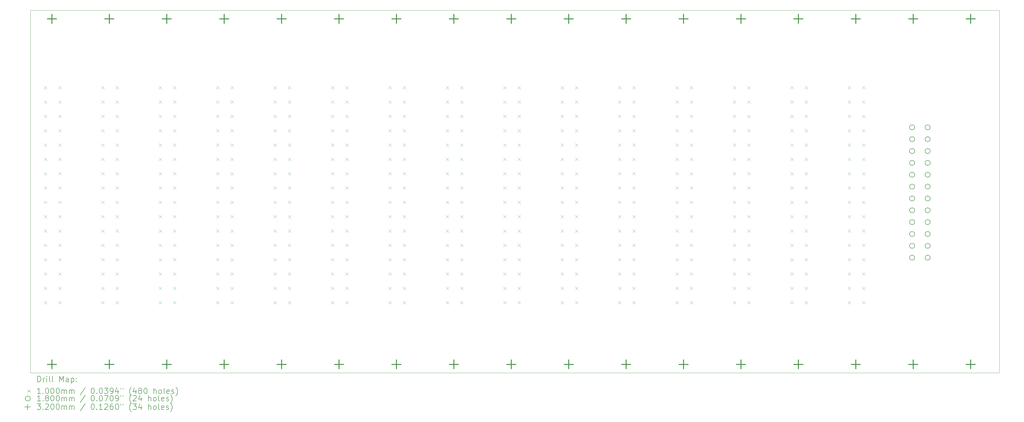
<source format=gbr>
%TF.GenerationSoftware,KiCad,Pcbnew,(6.0.9-0)*%
%TF.CreationDate,2023-02-07T08:34:55+01:00*%
%TF.ProjectId,Backplane,4261636b-706c-4616-9e65-2e6b69636164,A*%
%TF.SameCoordinates,Original*%
%TF.FileFunction,Drillmap*%
%TF.FilePolarity,Positive*%
%FSLAX45Y45*%
G04 Gerber Fmt 4.5, Leading zero omitted, Abs format (unit mm)*
G04 Created by KiCad (PCBNEW (6.0.9-0)) date 2023-02-07 08:34:55*
%MOMM*%
%LPD*%
G01*
G04 APERTURE LIST*
%ADD10C,0.100000*%
%ADD11C,0.200000*%
%ADD12C,0.180000*%
%ADD13C,0.320000*%
G04 APERTURE END LIST*
D10*
X3810000Y-7825500D02*
X38100000Y-7825500D01*
X38100000Y-7825500D02*
X38100000Y-20680500D01*
X38100000Y-20680500D02*
X3810000Y-20680500D01*
X3810000Y-20680500D02*
X3810000Y-7825500D01*
D11*
D10*
X4293750Y-10520000D02*
X4393750Y-10620000D01*
X4393750Y-10520000D02*
X4293750Y-10620000D01*
X4293750Y-11028000D02*
X4393750Y-11128000D01*
X4393750Y-11028000D02*
X4293750Y-11128000D01*
X4293750Y-11536000D02*
X4393750Y-11636000D01*
X4393750Y-11536000D02*
X4293750Y-11636000D01*
X4293750Y-12044000D02*
X4393750Y-12144000D01*
X4393750Y-12044000D02*
X4293750Y-12144000D01*
X4293750Y-12552000D02*
X4393750Y-12652000D01*
X4393750Y-12552000D02*
X4293750Y-12652000D01*
X4293750Y-13060000D02*
X4393750Y-13160000D01*
X4393750Y-13060000D02*
X4293750Y-13160000D01*
X4293750Y-13568000D02*
X4393750Y-13668000D01*
X4393750Y-13568000D02*
X4293750Y-13668000D01*
X4293750Y-14076000D02*
X4393750Y-14176000D01*
X4393750Y-14076000D02*
X4293750Y-14176000D01*
X4293750Y-14584000D02*
X4393750Y-14684000D01*
X4393750Y-14584000D02*
X4293750Y-14684000D01*
X4293750Y-15092000D02*
X4393750Y-15192000D01*
X4393750Y-15092000D02*
X4293750Y-15192000D01*
X4293750Y-15600000D02*
X4393750Y-15700000D01*
X4393750Y-15600000D02*
X4293750Y-15700000D01*
X4293750Y-16108000D02*
X4393750Y-16208000D01*
X4393750Y-16108000D02*
X4293750Y-16208000D01*
X4293750Y-16616000D02*
X4393750Y-16716000D01*
X4393750Y-16616000D02*
X4293750Y-16716000D01*
X4293750Y-17124000D02*
X4393750Y-17224000D01*
X4393750Y-17124000D02*
X4293750Y-17224000D01*
X4293750Y-17632000D02*
X4393750Y-17732000D01*
X4393750Y-17632000D02*
X4293750Y-17732000D01*
X4293750Y-18140000D02*
X4393750Y-18240000D01*
X4393750Y-18140000D02*
X4293750Y-18240000D01*
X4801750Y-10520000D02*
X4901750Y-10620000D01*
X4901750Y-10520000D02*
X4801750Y-10620000D01*
X4801750Y-11028000D02*
X4901750Y-11128000D01*
X4901750Y-11028000D02*
X4801750Y-11128000D01*
X4801750Y-11536000D02*
X4901750Y-11636000D01*
X4901750Y-11536000D02*
X4801750Y-11636000D01*
X4801750Y-12044000D02*
X4901750Y-12144000D01*
X4901750Y-12044000D02*
X4801750Y-12144000D01*
X4801750Y-12552000D02*
X4901750Y-12652000D01*
X4901750Y-12552000D02*
X4801750Y-12652000D01*
X4801750Y-13060000D02*
X4901750Y-13160000D01*
X4901750Y-13060000D02*
X4801750Y-13160000D01*
X4801750Y-13568000D02*
X4901750Y-13668000D01*
X4901750Y-13568000D02*
X4801750Y-13668000D01*
X4801750Y-14076000D02*
X4901750Y-14176000D01*
X4901750Y-14076000D02*
X4801750Y-14176000D01*
X4801750Y-14584000D02*
X4901750Y-14684000D01*
X4901750Y-14584000D02*
X4801750Y-14684000D01*
X4801750Y-15092000D02*
X4901750Y-15192000D01*
X4901750Y-15092000D02*
X4801750Y-15192000D01*
X4801750Y-15600000D02*
X4901750Y-15700000D01*
X4901750Y-15600000D02*
X4801750Y-15700000D01*
X4801750Y-16108000D02*
X4901750Y-16208000D01*
X4901750Y-16108000D02*
X4801750Y-16208000D01*
X4801750Y-16616000D02*
X4901750Y-16716000D01*
X4901750Y-16616000D02*
X4801750Y-16716000D01*
X4801750Y-17124000D02*
X4901750Y-17224000D01*
X4901750Y-17124000D02*
X4801750Y-17224000D01*
X4801750Y-17632000D02*
X4901750Y-17732000D01*
X4901750Y-17632000D02*
X4801750Y-17732000D01*
X4801750Y-18140000D02*
X4901750Y-18240000D01*
X4901750Y-18140000D02*
X4801750Y-18240000D01*
X6325750Y-10520000D02*
X6425750Y-10620000D01*
X6425750Y-10520000D02*
X6325750Y-10620000D01*
X6325750Y-11028000D02*
X6425750Y-11128000D01*
X6425750Y-11028000D02*
X6325750Y-11128000D01*
X6325750Y-11536000D02*
X6425750Y-11636000D01*
X6425750Y-11536000D02*
X6325750Y-11636000D01*
X6325750Y-12044000D02*
X6425750Y-12144000D01*
X6425750Y-12044000D02*
X6325750Y-12144000D01*
X6325750Y-12552000D02*
X6425750Y-12652000D01*
X6425750Y-12552000D02*
X6325750Y-12652000D01*
X6325750Y-13060000D02*
X6425750Y-13160000D01*
X6425750Y-13060000D02*
X6325750Y-13160000D01*
X6325750Y-13568000D02*
X6425750Y-13668000D01*
X6425750Y-13568000D02*
X6325750Y-13668000D01*
X6325750Y-14076000D02*
X6425750Y-14176000D01*
X6425750Y-14076000D02*
X6325750Y-14176000D01*
X6325750Y-14584000D02*
X6425750Y-14684000D01*
X6425750Y-14584000D02*
X6325750Y-14684000D01*
X6325750Y-15092000D02*
X6425750Y-15192000D01*
X6425750Y-15092000D02*
X6325750Y-15192000D01*
X6325750Y-15600000D02*
X6425750Y-15700000D01*
X6425750Y-15600000D02*
X6325750Y-15700000D01*
X6325750Y-16108000D02*
X6425750Y-16208000D01*
X6425750Y-16108000D02*
X6325750Y-16208000D01*
X6325750Y-16616000D02*
X6425750Y-16716000D01*
X6425750Y-16616000D02*
X6325750Y-16716000D01*
X6325750Y-17124000D02*
X6425750Y-17224000D01*
X6425750Y-17124000D02*
X6325750Y-17224000D01*
X6325750Y-17632000D02*
X6425750Y-17732000D01*
X6425750Y-17632000D02*
X6325750Y-17732000D01*
X6325750Y-18140000D02*
X6425750Y-18240000D01*
X6425750Y-18140000D02*
X6325750Y-18240000D01*
X6833750Y-10520000D02*
X6933750Y-10620000D01*
X6933750Y-10520000D02*
X6833750Y-10620000D01*
X6833750Y-11028000D02*
X6933750Y-11128000D01*
X6933750Y-11028000D02*
X6833750Y-11128000D01*
X6833750Y-11536000D02*
X6933750Y-11636000D01*
X6933750Y-11536000D02*
X6833750Y-11636000D01*
X6833750Y-12044000D02*
X6933750Y-12144000D01*
X6933750Y-12044000D02*
X6833750Y-12144000D01*
X6833750Y-12552000D02*
X6933750Y-12652000D01*
X6933750Y-12552000D02*
X6833750Y-12652000D01*
X6833750Y-13060000D02*
X6933750Y-13160000D01*
X6933750Y-13060000D02*
X6833750Y-13160000D01*
X6833750Y-13568000D02*
X6933750Y-13668000D01*
X6933750Y-13568000D02*
X6833750Y-13668000D01*
X6833750Y-14076000D02*
X6933750Y-14176000D01*
X6933750Y-14076000D02*
X6833750Y-14176000D01*
X6833750Y-14584000D02*
X6933750Y-14684000D01*
X6933750Y-14584000D02*
X6833750Y-14684000D01*
X6833750Y-15092000D02*
X6933750Y-15192000D01*
X6933750Y-15092000D02*
X6833750Y-15192000D01*
X6833750Y-15600000D02*
X6933750Y-15700000D01*
X6933750Y-15600000D02*
X6833750Y-15700000D01*
X6833750Y-16108000D02*
X6933750Y-16208000D01*
X6933750Y-16108000D02*
X6833750Y-16208000D01*
X6833750Y-16616000D02*
X6933750Y-16716000D01*
X6933750Y-16616000D02*
X6833750Y-16716000D01*
X6833750Y-17124000D02*
X6933750Y-17224000D01*
X6933750Y-17124000D02*
X6833750Y-17224000D01*
X6833750Y-17632000D02*
X6933750Y-17732000D01*
X6933750Y-17632000D02*
X6833750Y-17732000D01*
X6833750Y-18140000D02*
X6933750Y-18240000D01*
X6933750Y-18140000D02*
X6833750Y-18240000D01*
X8357750Y-10520000D02*
X8457750Y-10620000D01*
X8457750Y-10520000D02*
X8357750Y-10620000D01*
X8357750Y-11028000D02*
X8457750Y-11128000D01*
X8457750Y-11028000D02*
X8357750Y-11128000D01*
X8357750Y-11536000D02*
X8457750Y-11636000D01*
X8457750Y-11536000D02*
X8357750Y-11636000D01*
X8357750Y-12044000D02*
X8457750Y-12144000D01*
X8457750Y-12044000D02*
X8357750Y-12144000D01*
X8357750Y-12552000D02*
X8457750Y-12652000D01*
X8457750Y-12552000D02*
X8357750Y-12652000D01*
X8357750Y-13060000D02*
X8457750Y-13160000D01*
X8457750Y-13060000D02*
X8357750Y-13160000D01*
X8357750Y-13568000D02*
X8457750Y-13668000D01*
X8457750Y-13568000D02*
X8357750Y-13668000D01*
X8357750Y-14076000D02*
X8457750Y-14176000D01*
X8457750Y-14076000D02*
X8357750Y-14176000D01*
X8357750Y-14584000D02*
X8457750Y-14684000D01*
X8457750Y-14584000D02*
X8357750Y-14684000D01*
X8357750Y-15092000D02*
X8457750Y-15192000D01*
X8457750Y-15092000D02*
X8357750Y-15192000D01*
X8357750Y-15600000D02*
X8457750Y-15700000D01*
X8457750Y-15600000D02*
X8357750Y-15700000D01*
X8357750Y-16108000D02*
X8457750Y-16208000D01*
X8457750Y-16108000D02*
X8357750Y-16208000D01*
X8357750Y-16616000D02*
X8457750Y-16716000D01*
X8457750Y-16616000D02*
X8357750Y-16716000D01*
X8357750Y-17124000D02*
X8457750Y-17224000D01*
X8457750Y-17124000D02*
X8357750Y-17224000D01*
X8357750Y-17632000D02*
X8457750Y-17732000D01*
X8457750Y-17632000D02*
X8357750Y-17732000D01*
X8357750Y-18140000D02*
X8457750Y-18240000D01*
X8457750Y-18140000D02*
X8357750Y-18240000D01*
X8865750Y-10520000D02*
X8965750Y-10620000D01*
X8965750Y-10520000D02*
X8865750Y-10620000D01*
X8865750Y-11028000D02*
X8965750Y-11128000D01*
X8965750Y-11028000D02*
X8865750Y-11128000D01*
X8865750Y-11536000D02*
X8965750Y-11636000D01*
X8965750Y-11536000D02*
X8865750Y-11636000D01*
X8865750Y-12044000D02*
X8965750Y-12144000D01*
X8965750Y-12044000D02*
X8865750Y-12144000D01*
X8865750Y-12552000D02*
X8965750Y-12652000D01*
X8965750Y-12552000D02*
X8865750Y-12652000D01*
X8865750Y-13060000D02*
X8965750Y-13160000D01*
X8965750Y-13060000D02*
X8865750Y-13160000D01*
X8865750Y-13568000D02*
X8965750Y-13668000D01*
X8965750Y-13568000D02*
X8865750Y-13668000D01*
X8865750Y-14076000D02*
X8965750Y-14176000D01*
X8965750Y-14076000D02*
X8865750Y-14176000D01*
X8865750Y-14584000D02*
X8965750Y-14684000D01*
X8965750Y-14584000D02*
X8865750Y-14684000D01*
X8865750Y-15092000D02*
X8965750Y-15192000D01*
X8965750Y-15092000D02*
X8865750Y-15192000D01*
X8865750Y-15600000D02*
X8965750Y-15700000D01*
X8965750Y-15600000D02*
X8865750Y-15700000D01*
X8865750Y-16108000D02*
X8965750Y-16208000D01*
X8965750Y-16108000D02*
X8865750Y-16208000D01*
X8865750Y-16616000D02*
X8965750Y-16716000D01*
X8965750Y-16616000D02*
X8865750Y-16716000D01*
X8865750Y-17124000D02*
X8965750Y-17224000D01*
X8965750Y-17124000D02*
X8865750Y-17224000D01*
X8865750Y-17632000D02*
X8965750Y-17732000D01*
X8965750Y-17632000D02*
X8865750Y-17732000D01*
X8865750Y-18140000D02*
X8965750Y-18240000D01*
X8965750Y-18140000D02*
X8865750Y-18240000D01*
X10389750Y-10520000D02*
X10489750Y-10620000D01*
X10489750Y-10520000D02*
X10389750Y-10620000D01*
X10389750Y-11028000D02*
X10489750Y-11128000D01*
X10489750Y-11028000D02*
X10389750Y-11128000D01*
X10389750Y-11536000D02*
X10489750Y-11636000D01*
X10489750Y-11536000D02*
X10389750Y-11636000D01*
X10389750Y-12044000D02*
X10489750Y-12144000D01*
X10489750Y-12044000D02*
X10389750Y-12144000D01*
X10389750Y-12552000D02*
X10489750Y-12652000D01*
X10489750Y-12552000D02*
X10389750Y-12652000D01*
X10389750Y-13060000D02*
X10489750Y-13160000D01*
X10489750Y-13060000D02*
X10389750Y-13160000D01*
X10389750Y-13568000D02*
X10489750Y-13668000D01*
X10489750Y-13568000D02*
X10389750Y-13668000D01*
X10389750Y-14076000D02*
X10489750Y-14176000D01*
X10489750Y-14076000D02*
X10389750Y-14176000D01*
X10389750Y-14584000D02*
X10489750Y-14684000D01*
X10489750Y-14584000D02*
X10389750Y-14684000D01*
X10389750Y-15092000D02*
X10489750Y-15192000D01*
X10489750Y-15092000D02*
X10389750Y-15192000D01*
X10389750Y-15600000D02*
X10489750Y-15700000D01*
X10489750Y-15600000D02*
X10389750Y-15700000D01*
X10389750Y-16108000D02*
X10489750Y-16208000D01*
X10489750Y-16108000D02*
X10389750Y-16208000D01*
X10389750Y-16616000D02*
X10489750Y-16716000D01*
X10489750Y-16616000D02*
X10389750Y-16716000D01*
X10389750Y-17124000D02*
X10489750Y-17224000D01*
X10489750Y-17124000D02*
X10389750Y-17224000D01*
X10389750Y-17632000D02*
X10489750Y-17732000D01*
X10489750Y-17632000D02*
X10389750Y-17732000D01*
X10389750Y-18140000D02*
X10489750Y-18240000D01*
X10489750Y-18140000D02*
X10389750Y-18240000D01*
X10897750Y-10520000D02*
X10997750Y-10620000D01*
X10997750Y-10520000D02*
X10897750Y-10620000D01*
X10897750Y-11028000D02*
X10997750Y-11128000D01*
X10997750Y-11028000D02*
X10897750Y-11128000D01*
X10897750Y-11536000D02*
X10997750Y-11636000D01*
X10997750Y-11536000D02*
X10897750Y-11636000D01*
X10897750Y-12044000D02*
X10997750Y-12144000D01*
X10997750Y-12044000D02*
X10897750Y-12144000D01*
X10897750Y-12552000D02*
X10997750Y-12652000D01*
X10997750Y-12552000D02*
X10897750Y-12652000D01*
X10897750Y-13060000D02*
X10997750Y-13160000D01*
X10997750Y-13060000D02*
X10897750Y-13160000D01*
X10897750Y-13568000D02*
X10997750Y-13668000D01*
X10997750Y-13568000D02*
X10897750Y-13668000D01*
X10897750Y-14076000D02*
X10997750Y-14176000D01*
X10997750Y-14076000D02*
X10897750Y-14176000D01*
X10897750Y-14584000D02*
X10997750Y-14684000D01*
X10997750Y-14584000D02*
X10897750Y-14684000D01*
X10897750Y-15092000D02*
X10997750Y-15192000D01*
X10997750Y-15092000D02*
X10897750Y-15192000D01*
X10897750Y-15600000D02*
X10997750Y-15700000D01*
X10997750Y-15600000D02*
X10897750Y-15700000D01*
X10897750Y-16108000D02*
X10997750Y-16208000D01*
X10997750Y-16108000D02*
X10897750Y-16208000D01*
X10897750Y-16616000D02*
X10997750Y-16716000D01*
X10997750Y-16616000D02*
X10897750Y-16716000D01*
X10897750Y-17124000D02*
X10997750Y-17224000D01*
X10997750Y-17124000D02*
X10897750Y-17224000D01*
X10897750Y-17632000D02*
X10997750Y-17732000D01*
X10997750Y-17632000D02*
X10897750Y-17732000D01*
X10897750Y-18140000D02*
X10997750Y-18240000D01*
X10997750Y-18140000D02*
X10897750Y-18240000D01*
X12421750Y-10520000D02*
X12521750Y-10620000D01*
X12521750Y-10520000D02*
X12421750Y-10620000D01*
X12421750Y-11028000D02*
X12521750Y-11128000D01*
X12521750Y-11028000D02*
X12421750Y-11128000D01*
X12421750Y-11536000D02*
X12521750Y-11636000D01*
X12521750Y-11536000D02*
X12421750Y-11636000D01*
X12421750Y-12044000D02*
X12521750Y-12144000D01*
X12521750Y-12044000D02*
X12421750Y-12144000D01*
X12421750Y-12552000D02*
X12521750Y-12652000D01*
X12521750Y-12552000D02*
X12421750Y-12652000D01*
X12421750Y-13060000D02*
X12521750Y-13160000D01*
X12521750Y-13060000D02*
X12421750Y-13160000D01*
X12421750Y-13568000D02*
X12521750Y-13668000D01*
X12521750Y-13568000D02*
X12421750Y-13668000D01*
X12421750Y-14076000D02*
X12521750Y-14176000D01*
X12521750Y-14076000D02*
X12421750Y-14176000D01*
X12421750Y-14584000D02*
X12521750Y-14684000D01*
X12521750Y-14584000D02*
X12421750Y-14684000D01*
X12421750Y-15092000D02*
X12521750Y-15192000D01*
X12521750Y-15092000D02*
X12421750Y-15192000D01*
X12421750Y-15600000D02*
X12521750Y-15700000D01*
X12521750Y-15600000D02*
X12421750Y-15700000D01*
X12421750Y-16108000D02*
X12521750Y-16208000D01*
X12521750Y-16108000D02*
X12421750Y-16208000D01*
X12421750Y-16616000D02*
X12521750Y-16716000D01*
X12521750Y-16616000D02*
X12421750Y-16716000D01*
X12421750Y-17124000D02*
X12521750Y-17224000D01*
X12521750Y-17124000D02*
X12421750Y-17224000D01*
X12421750Y-17632000D02*
X12521750Y-17732000D01*
X12521750Y-17632000D02*
X12421750Y-17732000D01*
X12421750Y-18140000D02*
X12521750Y-18240000D01*
X12521750Y-18140000D02*
X12421750Y-18240000D01*
X12929750Y-10520000D02*
X13029750Y-10620000D01*
X13029750Y-10520000D02*
X12929750Y-10620000D01*
X12929750Y-11028000D02*
X13029750Y-11128000D01*
X13029750Y-11028000D02*
X12929750Y-11128000D01*
X12929750Y-11536000D02*
X13029750Y-11636000D01*
X13029750Y-11536000D02*
X12929750Y-11636000D01*
X12929750Y-12044000D02*
X13029750Y-12144000D01*
X13029750Y-12044000D02*
X12929750Y-12144000D01*
X12929750Y-12552000D02*
X13029750Y-12652000D01*
X13029750Y-12552000D02*
X12929750Y-12652000D01*
X12929750Y-13060000D02*
X13029750Y-13160000D01*
X13029750Y-13060000D02*
X12929750Y-13160000D01*
X12929750Y-13568000D02*
X13029750Y-13668000D01*
X13029750Y-13568000D02*
X12929750Y-13668000D01*
X12929750Y-14076000D02*
X13029750Y-14176000D01*
X13029750Y-14076000D02*
X12929750Y-14176000D01*
X12929750Y-14584000D02*
X13029750Y-14684000D01*
X13029750Y-14584000D02*
X12929750Y-14684000D01*
X12929750Y-15092000D02*
X13029750Y-15192000D01*
X13029750Y-15092000D02*
X12929750Y-15192000D01*
X12929750Y-15600000D02*
X13029750Y-15700000D01*
X13029750Y-15600000D02*
X12929750Y-15700000D01*
X12929750Y-16108000D02*
X13029750Y-16208000D01*
X13029750Y-16108000D02*
X12929750Y-16208000D01*
X12929750Y-16616000D02*
X13029750Y-16716000D01*
X13029750Y-16616000D02*
X12929750Y-16716000D01*
X12929750Y-17124000D02*
X13029750Y-17224000D01*
X13029750Y-17124000D02*
X12929750Y-17224000D01*
X12929750Y-17632000D02*
X13029750Y-17732000D01*
X13029750Y-17632000D02*
X12929750Y-17732000D01*
X12929750Y-18140000D02*
X13029750Y-18240000D01*
X13029750Y-18140000D02*
X12929750Y-18240000D01*
X14453750Y-10520000D02*
X14553750Y-10620000D01*
X14553750Y-10520000D02*
X14453750Y-10620000D01*
X14453750Y-11028000D02*
X14553750Y-11128000D01*
X14553750Y-11028000D02*
X14453750Y-11128000D01*
X14453750Y-11536000D02*
X14553750Y-11636000D01*
X14553750Y-11536000D02*
X14453750Y-11636000D01*
X14453750Y-12044000D02*
X14553750Y-12144000D01*
X14553750Y-12044000D02*
X14453750Y-12144000D01*
X14453750Y-12552000D02*
X14553750Y-12652000D01*
X14553750Y-12552000D02*
X14453750Y-12652000D01*
X14453750Y-13060000D02*
X14553750Y-13160000D01*
X14553750Y-13060000D02*
X14453750Y-13160000D01*
X14453750Y-13568000D02*
X14553750Y-13668000D01*
X14553750Y-13568000D02*
X14453750Y-13668000D01*
X14453750Y-14076000D02*
X14553750Y-14176000D01*
X14553750Y-14076000D02*
X14453750Y-14176000D01*
X14453750Y-14584000D02*
X14553750Y-14684000D01*
X14553750Y-14584000D02*
X14453750Y-14684000D01*
X14453750Y-15092000D02*
X14553750Y-15192000D01*
X14553750Y-15092000D02*
X14453750Y-15192000D01*
X14453750Y-15600000D02*
X14553750Y-15700000D01*
X14553750Y-15600000D02*
X14453750Y-15700000D01*
X14453750Y-16108000D02*
X14553750Y-16208000D01*
X14553750Y-16108000D02*
X14453750Y-16208000D01*
X14453750Y-16616000D02*
X14553750Y-16716000D01*
X14553750Y-16616000D02*
X14453750Y-16716000D01*
X14453750Y-17124000D02*
X14553750Y-17224000D01*
X14553750Y-17124000D02*
X14453750Y-17224000D01*
X14453750Y-17632000D02*
X14553750Y-17732000D01*
X14553750Y-17632000D02*
X14453750Y-17732000D01*
X14453750Y-18140000D02*
X14553750Y-18240000D01*
X14553750Y-18140000D02*
X14453750Y-18240000D01*
X14961750Y-10520000D02*
X15061750Y-10620000D01*
X15061750Y-10520000D02*
X14961750Y-10620000D01*
X14961750Y-11028000D02*
X15061750Y-11128000D01*
X15061750Y-11028000D02*
X14961750Y-11128000D01*
X14961750Y-11536000D02*
X15061750Y-11636000D01*
X15061750Y-11536000D02*
X14961750Y-11636000D01*
X14961750Y-12044000D02*
X15061750Y-12144000D01*
X15061750Y-12044000D02*
X14961750Y-12144000D01*
X14961750Y-12552000D02*
X15061750Y-12652000D01*
X15061750Y-12552000D02*
X14961750Y-12652000D01*
X14961750Y-13060000D02*
X15061750Y-13160000D01*
X15061750Y-13060000D02*
X14961750Y-13160000D01*
X14961750Y-13568000D02*
X15061750Y-13668000D01*
X15061750Y-13568000D02*
X14961750Y-13668000D01*
X14961750Y-14076000D02*
X15061750Y-14176000D01*
X15061750Y-14076000D02*
X14961750Y-14176000D01*
X14961750Y-14584000D02*
X15061750Y-14684000D01*
X15061750Y-14584000D02*
X14961750Y-14684000D01*
X14961750Y-15092000D02*
X15061750Y-15192000D01*
X15061750Y-15092000D02*
X14961750Y-15192000D01*
X14961750Y-15600000D02*
X15061750Y-15700000D01*
X15061750Y-15600000D02*
X14961750Y-15700000D01*
X14961750Y-16108000D02*
X15061750Y-16208000D01*
X15061750Y-16108000D02*
X14961750Y-16208000D01*
X14961750Y-16616000D02*
X15061750Y-16716000D01*
X15061750Y-16616000D02*
X14961750Y-16716000D01*
X14961750Y-17124000D02*
X15061750Y-17224000D01*
X15061750Y-17124000D02*
X14961750Y-17224000D01*
X14961750Y-17632000D02*
X15061750Y-17732000D01*
X15061750Y-17632000D02*
X14961750Y-17732000D01*
X14961750Y-18140000D02*
X15061750Y-18240000D01*
X15061750Y-18140000D02*
X14961750Y-18240000D01*
X16485750Y-10520000D02*
X16585750Y-10620000D01*
X16585750Y-10520000D02*
X16485750Y-10620000D01*
X16485750Y-11028000D02*
X16585750Y-11128000D01*
X16585750Y-11028000D02*
X16485750Y-11128000D01*
X16485750Y-11536000D02*
X16585750Y-11636000D01*
X16585750Y-11536000D02*
X16485750Y-11636000D01*
X16485750Y-12044000D02*
X16585750Y-12144000D01*
X16585750Y-12044000D02*
X16485750Y-12144000D01*
X16485750Y-12552000D02*
X16585750Y-12652000D01*
X16585750Y-12552000D02*
X16485750Y-12652000D01*
X16485750Y-13060000D02*
X16585750Y-13160000D01*
X16585750Y-13060000D02*
X16485750Y-13160000D01*
X16485750Y-13568000D02*
X16585750Y-13668000D01*
X16585750Y-13568000D02*
X16485750Y-13668000D01*
X16485750Y-14076000D02*
X16585750Y-14176000D01*
X16585750Y-14076000D02*
X16485750Y-14176000D01*
X16485750Y-14584000D02*
X16585750Y-14684000D01*
X16585750Y-14584000D02*
X16485750Y-14684000D01*
X16485750Y-15092000D02*
X16585750Y-15192000D01*
X16585750Y-15092000D02*
X16485750Y-15192000D01*
X16485750Y-15600000D02*
X16585750Y-15700000D01*
X16585750Y-15600000D02*
X16485750Y-15700000D01*
X16485750Y-16108000D02*
X16585750Y-16208000D01*
X16585750Y-16108000D02*
X16485750Y-16208000D01*
X16485750Y-16616000D02*
X16585750Y-16716000D01*
X16585750Y-16616000D02*
X16485750Y-16716000D01*
X16485750Y-17124000D02*
X16585750Y-17224000D01*
X16585750Y-17124000D02*
X16485750Y-17224000D01*
X16485750Y-17632000D02*
X16585750Y-17732000D01*
X16585750Y-17632000D02*
X16485750Y-17732000D01*
X16485750Y-18140000D02*
X16585750Y-18240000D01*
X16585750Y-18140000D02*
X16485750Y-18240000D01*
X16993750Y-10520000D02*
X17093750Y-10620000D01*
X17093750Y-10520000D02*
X16993750Y-10620000D01*
X16993750Y-11028000D02*
X17093750Y-11128000D01*
X17093750Y-11028000D02*
X16993750Y-11128000D01*
X16993750Y-11536000D02*
X17093750Y-11636000D01*
X17093750Y-11536000D02*
X16993750Y-11636000D01*
X16993750Y-12044000D02*
X17093750Y-12144000D01*
X17093750Y-12044000D02*
X16993750Y-12144000D01*
X16993750Y-12552000D02*
X17093750Y-12652000D01*
X17093750Y-12552000D02*
X16993750Y-12652000D01*
X16993750Y-13060000D02*
X17093750Y-13160000D01*
X17093750Y-13060000D02*
X16993750Y-13160000D01*
X16993750Y-13568000D02*
X17093750Y-13668000D01*
X17093750Y-13568000D02*
X16993750Y-13668000D01*
X16993750Y-14076000D02*
X17093750Y-14176000D01*
X17093750Y-14076000D02*
X16993750Y-14176000D01*
X16993750Y-14584000D02*
X17093750Y-14684000D01*
X17093750Y-14584000D02*
X16993750Y-14684000D01*
X16993750Y-15092000D02*
X17093750Y-15192000D01*
X17093750Y-15092000D02*
X16993750Y-15192000D01*
X16993750Y-15600000D02*
X17093750Y-15700000D01*
X17093750Y-15600000D02*
X16993750Y-15700000D01*
X16993750Y-16108000D02*
X17093750Y-16208000D01*
X17093750Y-16108000D02*
X16993750Y-16208000D01*
X16993750Y-16616000D02*
X17093750Y-16716000D01*
X17093750Y-16616000D02*
X16993750Y-16716000D01*
X16993750Y-17124000D02*
X17093750Y-17224000D01*
X17093750Y-17124000D02*
X16993750Y-17224000D01*
X16993750Y-17632000D02*
X17093750Y-17732000D01*
X17093750Y-17632000D02*
X16993750Y-17732000D01*
X16993750Y-18140000D02*
X17093750Y-18240000D01*
X17093750Y-18140000D02*
X16993750Y-18240000D01*
X18517750Y-10520000D02*
X18617750Y-10620000D01*
X18617750Y-10520000D02*
X18517750Y-10620000D01*
X18517750Y-11028000D02*
X18617750Y-11128000D01*
X18617750Y-11028000D02*
X18517750Y-11128000D01*
X18517750Y-11536000D02*
X18617750Y-11636000D01*
X18617750Y-11536000D02*
X18517750Y-11636000D01*
X18517750Y-12044000D02*
X18617750Y-12144000D01*
X18617750Y-12044000D02*
X18517750Y-12144000D01*
X18517750Y-12552000D02*
X18617750Y-12652000D01*
X18617750Y-12552000D02*
X18517750Y-12652000D01*
X18517750Y-13060000D02*
X18617750Y-13160000D01*
X18617750Y-13060000D02*
X18517750Y-13160000D01*
X18517750Y-13568000D02*
X18617750Y-13668000D01*
X18617750Y-13568000D02*
X18517750Y-13668000D01*
X18517750Y-14076000D02*
X18617750Y-14176000D01*
X18617750Y-14076000D02*
X18517750Y-14176000D01*
X18517750Y-14584000D02*
X18617750Y-14684000D01*
X18617750Y-14584000D02*
X18517750Y-14684000D01*
X18517750Y-15092000D02*
X18617750Y-15192000D01*
X18617750Y-15092000D02*
X18517750Y-15192000D01*
X18517750Y-15600000D02*
X18617750Y-15700000D01*
X18617750Y-15600000D02*
X18517750Y-15700000D01*
X18517750Y-16108000D02*
X18617750Y-16208000D01*
X18617750Y-16108000D02*
X18517750Y-16208000D01*
X18517750Y-16616000D02*
X18617750Y-16716000D01*
X18617750Y-16616000D02*
X18517750Y-16716000D01*
X18517750Y-17124000D02*
X18617750Y-17224000D01*
X18617750Y-17124000D02*
X18517750Y-17224000D01*
X18517750Y-17632000D02*
X18617750Y-17732000D01*
X18617750Y-17632000D02*
X18517750Y-17732000D01*
X18517750Y-18140000D02*
X18617750Y-18240000D01*
X18617750Y-18140000D02*
X18517750Y-18240000D01*
X19025750Y-10520000D02*
X19125750Y-10620000D01*
X19125750Y-10520000D02*
X19025750Y-10620000D01*
X19025750Y-11028000D02*
X19125750Y-11128000D01*
X19125750Y-11028000D02*
X19025750Y-11128000D01*
X19025750Y-11536000D02*
X19125750Y-11636000D01*
X19125750Y-11536000D02*
X19025750Y-11636000D01*
X19025750Y-12044000D02*
X19125750Y-12144000D01*
X19125750Y-12044000D02*
X19025750Y-12144000D01*
X19025750Y-12552000D02*
X19125750Y-12652000D01*
X19125750Y-12552000D02*
X19025750Y-12652000D01*
X19025750Y-13060000D02*
X19125750Y-13160000D01*
X19125750Y-13060000D02*
X19025750Y-13160000D01*
X19025750Y-13568000D02*
X19125750Y-13668000D01*
X19125750Y-13568000D02*
X19025750Y-13668000D01*
X19025750Y-14076000D02*
X19125750Y-14176000D01*
X19125750Y-14076000D02*
X19025750Y-14176000D01*
X19025750Y-14584000D02*
X19125750Y-14684000D01*
X19125750Y-14584000D02*
X19025750Y-14684000D01*
X19025750Y-15092000D02*
X19125750Y-15192000D01*
X19125750Y-15092000D02*
X19025750Y-15192000D01*
X19025750Y-15600000D02*
X19125750Y-15700000D01*
X19125750Y-15600000D02*
X19025750Y-15700000D01*
X19025750Y-16108000D02*
X19125750Y-16208000D01*
X19125750Y-16108000D02*
X19025750Y-16208000D01*
X19025750Y-16616000D02*
X19125750Y-16716000D01*
X19125750Y-16616000D02*
X19025750Y-16716000D01*
X19025750Y-17124000D02*
X19125750Y-17224000D01*
X19125750Y-17124000D02*
X19025750Y-17224000D01*
X19025750Y-17632000D02*
X19125750Y-17732000D01*
X19125750Y-17632000D02*
X19025750Y-17732000D01*
X19025750Y-18140000D02*
X19125750Y-18240000D01*
X19125750Y-18140000D02*
X19025750Y-18240000D01*
X20549750Y-10520000D02*
X20649750Y-10620000D01*
X20649750Y-10520000D02*
X20549750Y-10620000D01*
X20549750Y-11028000D02*
X20649750Y-11128000D01*
X20649750Y-11028000D02*
X20549750Y-11128000D01*
X20549750Y-11536000D02*
X20649750Y-11636000D01*
X20649750Y-11536000D02*
X20549750Y-11636000D01*
X20549750Y-12044000D02*
X20649750Y-12144000D01*
X20649750Y-12044000D02*
X20549750Y-12144000D01*
X20549750Y-12552000D02*
X20649750Y-12652000D01*
X20649750Y-12552000D02*
X20549750Y-12652000D01*
X20549750Y-13060000D02*
X20649750Y-13160000D01*
X20649750Y-13060000D02*
X20549750Y-13160000D01*
X20549750Y-13568000D02*
X20649750Y-13668000D01*
X20649750Y-13568000D02*
X20549750Y-13668000D01*
X20549750Y-14076000D02*
X20649750Y-14176000D01*
X20649750Y-14076000D02*
X20549750Y-14176000D01*
X20549750Y-14584000D02*
X20649750Y-14684000D01*
X20649750Y-14584000D02*
X20549750Y-14684000D01*
X20549750Y-15092000D02*
X20649750Y-15192000D01*
X20649750Y-15092000D02*
X20549750Y-15192000D01*
X20549750Y-15600000D02*
X20649750Y-15700000D01*
X20649750Y-15600000D02*
X20549750Y-15700000D01*
X20549750Y-16108000D02*
X20649750Y-16208000D01*
X20649750Y-16108000D02*
X20549750Y-16208000D01*
X20549750Y-16616000D02*
X20649750Y-16716000D01*
X20649750Y-16616000D02*
X20549750Y-16716000D01*
X20549750Y-17124000D02*
X20649750Y-17224000D01*
X20649750Y-17124000D02*
X20549750Y-17224000D01*
X20549750Y-17632000D02*
X20649750Y-17732000D01*
X20649750Y-17632000D02*
X20549750Y-17732000D01*
X20549750Y-18140000D02*
X20649750Y-18240000D01*
X20649750Y-18140000D02*
X20549750Y-18240000D01*
X21057750Y-10520000D02*
X21157750Y-10620000D01*
X21157750Y-10520000D02*
X21057750Y-10620000D01*
X21057750Y-11028000D02*
X21157750Y-11128000D01*
X21157750Y-11028000D02*
X21057750Y-11128000D01*
X21057750Y-11536000D02*
X21157750Y-11636000D01*
X21157750Y-11536000D02*
X21057750Y-11636000D01*
X21057750Y-12044000D02*
X21157750Y-12144000D01*
X21157750Y-12044000D02*
X21057750Y-12144000D01*
X21057750Y-12552000D02*
X21157750Y-12652000D01*
X21157750Y-12552000D02*
X21057750Y-12652000D01*
X21057750Y-13060000D02*
X21157750Y-13160000D01*
X21157750Y-13060000D02*
X21057750Y-13160000D01*
X21057750Y-13568000D02*
X21157750Y-13668000D01*
X21157750Y-13568000D02*
X21057750Y-13668000D01*
X21057750Y-14076000D02*
X21157750Y-14176000D01*
X21157750Y-14076000D02*
X21057750Y-14176000D01*
X21057750Y-14584000D02*
X21157750Y-14684000D01*
X21157750Y-14584000D02*
X21057750Y-14684000D01*
X21057750Y-15092000D02*
X21157750Y-15192000D01*
X21157750Y-15092000D02*
X21057750Y-15192000D01*
X21057750Y-15600000D02*
X21157750Y-15700000D01*
X21157750Y-15600000D02*
X21057750Y-15700000D01*
X21057750Y-16108000D02*
X21157750Y-16208000D01*
X21157750Y-16108000D02*
X21057750Y-16208000D01*
X21057750Y-16616000D02*
X21157750Y-16716000D01*
X21157750Y-16616000D02*
X21057750Y-16716000D01*
X21057750Y-17124000D02*
X21157750Y-17224000D01*
X21157750Y-17124000D02*
X21057750Y-17224000D01*
X21057750Y-17632000D02*
X21157750Y-17732000D01*
X21157750Y-17632000D02*
X21057750Y-17732000D01*
X21057750Y-18140000D02*
X21157750Y-18240000D01*
X21157750Y-18140000D02*
X21057750Y-18240000D01*
X22581750Y-10520000D02*
X22681750Y-10620000D01*
X22681750Y-10520000D02*
X22581750Y-10620000D01*
X22581750Y-11028000D02*
X22681750Y-11128000D01*
X22681750Y-11028000D02*
X22581750Y-11128000D01*
X22581750Y-11536000D02*
X22681750Y-11636000D01*
X22681750Y-11536000D02*
X22581750Y-11636000D01*
X22581750Y-12044000D02*
X22681750Y-12144000D01*
X22681750Y-12044000D02*
X22581750Y-12144000D01*
X22581750Y-12552000D02*
X22681750Y-12652000D01*
X22681750Y-12552000D02*
X22581750Y-12652000D01*
X22581750Y-13060000D02*
X22681750Y-13160000D01*
X22681750Y-13060000D02*
X22581750Y-13160000D01*
X22581750Y-13568000D02*
X22681750Y-13668000D01*
X22681750Y-13568000D02*
X22581750Y-13668000D01*
X22581750Y-14076000D02*
X22681750Y-14176000D01*
X22681750Y-14076000D02*
X22581750Y-14176000D01*
X22581750Y-14584000D02*
X22681750Y-14684000D01*
X22681750Y-14584000D02*
X22581750Y-14684000D01*
X22581750Y-15092000D02*
X22681750Y-15192000D01*
X22681750Y-15092000D02*
X22581750Y-15192000D01*
X22581750Y-15600000D02*
X22681750Y-15700000D01*
X22681750Y-15600000D02*
X22581750Y-15700000D01*
X22581750Y-16108000D02*
X22681750Y-16208000D01*
X22681750Y-16108000D02*
X22581750Y-16208000D01*
X22581750Y-16616000D02*
X22681750Y-16716000D01*
X22681750Y-16616000D02*
X22581750Y-16716000D01*
X22581750Y-17124000D02*
X22681750Y-17224000D01*
X22681750Y-17124000D02*
X22581750Y-17224000D01*
X22581750Y-17632000D02*
X22681750Y-17732000D01*
X22681750Y-17632000D02*
X22581750Y-17732000D01*
X22581750Y-18140000D02*
X22681750Y-18240000D01*
X22681750Y-18140000D02*
X22581750Y-18240000D01*
X23089750Y-10520000D02*
X23189750Y-10620000D01*
X23189750Y-10520000D02*
X23089750Y-10620000D01*
X23089750Y-11028000D02*
X23189750Y-11128000D01*
X23189750Y-11028000D02*
X23089750Y-11128000D01*
X23089750Y-11536000D02*
X23189750Y-11636000D01*
X23189750Y-11536000D02*
X23089750Y-11636000D01*
X23089750Y-12044000D02*
X23189750Y-12144000D01*
X23189750Y-12044000D02*
X23089750Y-12144000D01*
X23089750Y-12552000D02*
X23189750Y-12652000D01*
X23189750Y-12552000D02*
X23089750Y-12652000D01*
X23089750Y-13060000D02*
X23189750Y-13160000D01*
X23189750Y-13060000D02*
X23089750Y-13160000D01*
X23089750Y-13568000D02*
X23189750Y-13668000D01*
X23189750Y-13568000D02*
X23089750Y-13668000D01*
X23089750Y-14076000D02*
X23189750Y-14176000D01*
X23189750Y-14076000D02*
X23089750Y-14176000D01*
X23089750Y-14584000D02*
X23189750Y-14684000D01*
X23189750Y-14584000D02*
X23089750Y-14684000D01*
X23089750Y-15092000D02*
X23189750Y-15192000D01*
X23189750Y-15092000D02*
X23089750Y-15192000D01*
X23089750Y-15600000D02*
X23189750Y-15700000D01*
X23189750Y-15600000D02*
X23089750Y-15700000D01*
X23089750Y-16108000D02*
X23189750Y-16208000D01*
X23189750Y-16108000D02*
X23089750Y-16208000D01*
X23089750Y-16616000D02*
X23189750Y-16716000D01*
X23189750Y-16616000D02*
X23089750Y-16716000D01*
X23089750Y-17124000D02*
X23189750Y-17224000D01*
X23189750Y-17124000D02*
X23089750Y-17224000D01*
X23089750Y-17632000D02*
X23189750Y-17732000D01*
X23189750Y-17632000D02*
X23089750Y-17732000D01*
X23089750Y-18140000D02*
X23189750Y-18240000D01*
X23189750Y-18140000D02*
X23089750Y-18240000D01*
X24613750Y-10520000D02*
X24713750Y-10620000D01*
X24713750Y-10520000D02*
X24613750Y-10620000D01*
X24613750Y-11028000D02*
X24713750Y-11128000D01*
X24713750Y-11028000D02*
X24613750Y-11128000D01*
X24613750Y-11536000D02*
X24713750Y-11636000D01*
X24713750Y-11536000D02*
X24613750Y-11636000D01*
X24613750Y-12044000D02*
X24713750Y-12144000D01*
X24713750Y-12044000D02*
X24613750Y-12144000D01*
X24613750Y-12552000D02*
X24713750Y-12652000D01*
X24713750Y-12552000D02*
X24613750Y-12652000D01*
X24613750Y-13060000D02*
X24713750Y-13160000D01*
X24713750Y-13060000D02*
X24613750Y-13160000D01*
X24613750Y-13568000D02*
X24713750Y-13668000D01*
X24713750Y-13568000D02*
X24613750Y-13668000D01*
X24613750Y-14076000D02*
X24713750Y-14176000D01*
X24713750Y-14076000D02*
X24613750Y-14176000D01*
X24613750Y-14584000D02*
X24713750Y-14684000D01*
X24713750Y-14584000D02*
X24613750Y-14684000D01*
X24613750Y-15092000D02*
X24713750Y-15192000D01*
X24713750Y-15092000D02*
X24613750Y-15192000D01*
X24613750Y-15600000D02*
X24713750Y-15700000D01*
X24713750Y-15600000D02*
X24613750Y-15700000D01*
X24613750Y-16108000D02*
X24713750Y-16208000D01*
X24713750Y-16108000D02*
X24613750Y-16208000D01*
X24613750Y-16616000D02*
X24713750Y-16716000D01*
X24713750Y-16616000D02*
X24613750Y-16716000D01*
X24613750Y-17124000D02*
X24713750Y-17224000D01*
X24713750Y-17124000D02*
X24613750Y-17224000D01*
X24613750Y-17632000D02*
X24713750Y-17732000D01*
X24713750Y-17632000D02*
X24613750Y-17732000D01*
X24613750Y-18140000D02*
X24713750Y-18240000D01*
X24713750Y-18140000D02*
X24613750Y-18240000D01*
X25121750Y-10520000D02*
X25221750Y-10620000D01*
X25221750Y-10520000D02*
X25121750Y-10620000D01*
X25121750Y-11028000D02*
X25221750Y-11128000D01*
X25221750Y-11028000D02*
X25121750Y-11128000D01*
X25121750Y-11536000D02*
X25221750Y-11636000D01*
X25221750Y-11536000D02*
X25121750Y-11636000D01*
X25121750Y-12044000D02*
X25221750Y-12144000D01*
X25221750Y-12044000D02*
X25121750Y-12144000D01*
X25121750Y-12552000D02*
X25221750Y-12652000D01*
X25221750Y-12552000D02*
X25121750Y-12652000D01*
X25121750Y-13060000D02*
X25221750Y-13160000D01*
X25221750Y-13060000D02*
X25121750Y-13160000D01*
X25121750Y-13568000D02*
X25221750Y-13668000D01*
X25221750Y-13568000D02*
X25121750Y-13668000D01*
X25121750Y-14076000D02*
X25221750Y-14176000D01*
X25221750Y-14076000D02*
X25121750Y-14176000D01*
X25121750Y-14584000D02*
X25221750Y-14684000D01*
X25221750Y-14584000D02*
X25121750Y-14684000D01*
X25121750Y-15092000D02*
X25221750Y-15192000D01*
X25221750Y-15092000D02*
X25121750Y-15192000D01*
X25121750Y-15600000D02*
X25221750Y-15700000D01*
X25221750Y-15600000D02*
X25121750Y-15700000D01*
X25121750Y-16108000D02*
X25221750Y-16208000D01*
X25221750Y-16108000D02*
X25121750Y-16208000D01*
X25121750Y-16616000D02*
X25221750Y-16716000D01*
X25221750Y-16616000D02*
X25121750Y-16716000D01*
X25121750Y-17124000D02*
X25221750Y-17224000D01*
X25221750Y-17124000D02*
X25121750Y-17224000D01*
X25121750Y-17632000D02*
X25221750Y-17732000D01*
X25221750Y-17632000D02*
X25121750Y-17732000D01*
X25121750Y-18140000D02*
X25221750Y-18240000D01*
X25221750Y-18140000D02*
X25121750Y-18240000D01*
X26645750Y-10520000D02*
X26745750Y-10620000D01*
X26745750Y-10520000D02*
X26645750Y-10620000D01*
X26645750Y-11028000D02*
X26745750Y-11128000D01*
X26745750Y-11028000D02*
X26645750Y-11128000D01*
X26645750Y-11536000D02*
X26745750Y-11636000D01*
X26745750Y-11536000D02*
X26645750Y-11636000D01*
X26645750Y-12044000D02*
X26745750Y-12144000D01*
X26745750Y-12044000D02*
X26645750Y-12144000D01*
X26645750Y-12552000D02*
X26745750Y-12652000D01*
X26745750Y-12552000D02*
X26645750Y-12652000D01*
X26645750Y-13060000D02*
X26745750Y-13160000D01*
X26745750Y-13060000D02*
X26645750Y-13160000D01*
X26645750Y-13568000D02*
X26745750Y-13668000D01*
X26745750Y-13568000D02*
X26645750Y-13668000D01*
X26645750Y-14076000D02*
X26745750Y-14176000D01*
X26745750Y-14076000D02*
X26645750Y-14176000D01*
X26645750Y-14584000D02*
X26745750Y-14684000D01*
X26745750Y-14584000D02*
X26645750Y-14684000D01*
X26645750Y-15092000D02*
X26745750Y-15192000D01*
X26745750Y-15092000D02*
X26645750Y-15192000D01*
X26645750Y-15600000D02*
X26745750Y-15700000D01*
X26745750Y-15600000D02*
X26645750Y-15700000D01*
X26645750Y-16108000D02*
X26745750Y-16208000D01*
X26745750Y-16108000D02*
X26645750Y-16208000D01*
X26645750Y-16616000D02*
X26745750Y-16716000D01*
X26745750Y-16616000D02*
X26645750Y-16716000D01*
X26645750Y-17124000D02*
X26745750Y-17224000D01*
X26745750Y-17124000D02*
X26645750Y-17224000D01*
X26645750Y-17632000D02*
X26745750Y-17732000D01*
X26745750Y-17632000D02*
X26645750Y-17732000D01*
X26645750Y-18140000D02*
X26745750Y-18240000D01*
X26745750Y-18140000D02*
X26645750Y-18240000D01*
X27153750Y-10520000D02*
X27253750Y-10620000D01*
X27253750Y-10520000D02*
X27153750Y-10620000D01*
X27153750Y-11028000D02*
X27253750Y-11128000D01*
X27253750Y-11028000D02*
X27153750Y-11128000D01*
X27153750Y-11536000D02*
X27253750Y-11636000D01*
X27253750Y-11536000D02*
X27153750Y-11636000D01*
X27153750Y-12044000D02*
X27253750Y-12144000D01*
X27253750Y-12044000D02*
X27153750Y-12144000D01*
X27153750Y-12552000D02*
X27253750Y-12652000D01*
X27253750Y-12552000D02*
X27153750Y-12652000D01*
X27153750Y-13060000D02*
X27253750Y-13160000D01*
X27253750Y-13060000D02*
X27153750Y-13160000D01*
X27153750Y-13568000D02*
X27253750Y-13668000D01*
X27253750Y-13568000D02*
X27153750Y-13668000D01*
X27153750Y-14076000D02*
X27253750Y-14176000D01*
X27253750Y-14076000D02*
X27153750Y-14176000D01*
X27153750Y-14584000D02*
X27253750Y-14684000D01*
X27253750Y-14584000D02*
X27153750Y-14684000D01*
X27153750Y-15092000D02*
X27253750Y-15192000D01*
X27253750Y-15092000D02*
X27153750Y-15192000D01*
X27153750Y-15600000D02*
X27253750Y-15700000D01*
X27253750Y-15600000D02*
X27153750Y-15700000D01*
X27153750Y-16108000D02*
X27253750Y-16208000D01*
X27253750Y-16108000D02*
X27153750Y-16208000D01*
X27153750Y-16616000D02*
X27253750Y-16716000D01*
X27253750Y-16616000D02*
X27153750Y-16716000D01*
X27153750Y-17124000D02*
X27253750Y-17224000D01*
X27253750Y-17124000D02*
X27153750Y-17224000D01*
X27153750Y-17632000D02*
X27253750Y-17732000D01*
X27253750Y-17632000D02*
X27153750Y-17732000D01*
X27153750Y-18140000D02*
X27253750Y-18240000D01*
X27253750Y-18140000D02*
X27153750Y-18240000D01*
X28677750Y-10520000D02*
X28777750Y-10620000D01*
X28777750Y-10520000D02*
X28677750Y-10620000D01*
X28677750Y-11028000D02*
X28777750Y-11128000D01*
X28777750Y-11028000D02*
X28677750Y-11128000D01*
X28677750Y-11536000D02*
X28777750Y-11636000D01*
X28777750Y-11536000D02*
X28677750Y-11636000D01*
X28677750Y-12044000D02*
X28777750Y-12144000D01*
X28777750Y-12044000D02*
X28677750Y-12144000D01*
X28677750Y-12552000D02*
X28777750Y-12652000D01*
X28777750Y-12552000D02*
X28677750Y-12652000D01*
X28677750Y-13060000D02*
X28777750Y-13160000D01*
X28777750Y-13060000D02*
X28677750Y-13160000D01*
X28677750Y-13568000D02*
X28777750Y-13668000D01*
X28777750Y-13568000D02*
X28677750Y-13668000D01*
X28677750Y-14076000D02*
X28777750Y-14176000D01*
X28777750Y-14076000D02*
X28677750Y-14176000D01*
X28677750Y-14584000D02*
X28777750Y-14684000D01*
X28777750Y-14584000D02*
X28677750Y-14684000D01*
X28677750Y-15092000D02*
X28777750Y-15192000D01*
X28777750Y-15092000D02*
X28677750Y-15192000D01*
X28677750Y-15600000D02*
X28777750Y-15700000D01*
X28777750Y-15600000D02*
X28677750Y-15700000D01*
X28677750Y-16108000D02*
X28777750Y-16208000D01*
X28777750Y-16108000D02*
X28677750Y-16208000D01*
X28677750Y-16616000D02*
X28777750Y-16716000D01*
X28777750Y-16616000D02*
X28677750Y-16716000D01*
X28677750Y-17124000D02*
X28777750Y-17224000D01*
X28777750Y-17124000D02*
X28677750Y-17224000D01*
X28677750Y-17632000D02*
X28777750Y-17732000D01*
X28777750Y-17632000D02*
X28677750Y-17732000D01*
X28677750Y-18140000D02*
X28777750Y-18240000D01*
X28777750Y-18140000D02*
X28677750Y-18240000D01*
X29185750Y-10520000D02*
X29285750Y-10620000D01*
X29285750Y-10520000D02*
X29185750Y-10620000D01*
X29185750Y-11028000D02*
X29285750Y-11128000D01*
X29285750Y-11028000D02*
X29185750Y-11128000D01*
X29185750Y-11536000D02*
X29285750Y-11636000D01*
X29285750Y-11536000D02*
X29185750Y-11636000D01*
X29185750Y-12044000D02*
X29285750Y-12144000D01*
X29285750Y-12044000D02*
X29185750Y-12144000D01*
X29185750Y-12552000D02*
X29285750Y-12652000D01*
X29285750Y-12552000D02*
X29185750Y-12652000D01*
X29185750Y-13060000D02*
X29285750Y-13160000D01*
X29285750Y-13060000D02*
X29185750Y-13160000D01*
X29185750Y-13568000D02*
X29285750Y-13668000D01*
X29285750Y-13568000D02*
X29185750Y-13668000D01*
X29185750Y-14076000D02*
X29285750Y-14176000D01*
X29285750Y-14076000D02*
X29185750Y-14176000D01*
X29185750Y-14584000D02*
X29285750Y-14684000D01*
X29285750Y-14584000D02*
X29185750Y-14684000D01*
X29185750Y-15092000D02*
X29285750Y-15192000D01*
X29285750Y-15092000D02*
X29185750Y-15192000D01*
X29185750Y-15600000D02*
X29285750Y-15700000D01*
X29285750Y-15600000D02*
X29185750Y-15700000D01*
X29185750Y-16108000D02*
X29285750Y-16208000D01*
X29285750Y-16108000D02*
X29185750Y-16208000D01*
X29185750Y-16616000D02*
X29285750Y-16716000D01*
X29285750Y-16616000D02*
X29185750Y-16716000D01*
X29185750Y-17124000D02*
X29285750Y-17224000D01*
X29285750Y-17124000D02*
X29185750Y-17224000D01*
X29185750Y-17632000D02*
X29285750Y-17732000D01*
X29285750Y-17632000D02*
X29185750Y-17732000D01*
X29185750Y-18140000D02*
X29285750Y-18240000D01*
X29285750Y-18140000D02*
X29185750Y-18240000D01*
X30709750Y-10520000D02*
X30809750Y-10620000D01*
X30809750Y-10520000D02*
X30709750Y-10620000D01*
X30709750Y-11028000D02*
X30809750Y-11128000D01*
X30809750Y-11028000D02*
X30709750Y-11128000D01*
X30709750Y-11536000D02*
X30809750Y-11636000D01*
X30809750Y-11536000D02*
X30709750Y-11636000D01*
X30709750Y-12044000D02*
X30809750Y-12144000D01*
X30809750Y-12044000D02*
X30709750Y-12144000D01*
X30709750Y-12552000D02*
X30809750Y-12652000D01*
X30809750Y-12552000D02*
X30709750Y-12652000D01*
X30709750Y-13060000D02*
X30809750Y-13160000D01*
X30809750Y-13060000D02*
X30709750Y-13160000D01*
X30709750Y-13568000D02*
X30809750Y-13668000D01*
X30809750Y-13568000D02*
X30709750Y-13668000D01*
X30709750Y-14076000D02*
X30809750Y-14176000D01*
X30809750Y-14076000D02*
X30709750Y-14176000D01*
X30709750Y-14584000D02*
X30809750Y-14684000D01*
X30809750Y-14584000D02*
X30709750Y-14684000D01*
X30709750Y-15092000D02*
X30809750Y-15192000D01*
X30809750Y-15092000D02*
X30709750Y-15192000D01*
X30709750Y-15600000D02*
X30809750Y-15700000D01*
X30809750Y-15600000D02*
X30709750Y-15700000D01*
X30709750Y-16108000D02*
X30809750Y-16208000D01*
X30809750Y-16108000D02*
X30709750Y-16208000D01*
X30709750Y-16616000D02*
X30809750Y-16716000D01*
X30809750Y-16616000D02*
X30709750Y-16716000D01*
X30709750Y-17124000D02*
X30809750Y-17224000D01*
X30809750Y-17124000D02*
X30709750Y-17224000D01*
X30709750Y-17632000D02*
X30809750Y-17732000D01*
X30809750Y-17632000D02*
X30709750Y-17732000D01*
X30709750Y-18140000D02*
X30809750Y-18240000D01*
X30809750Y-18140000D02*
X30709750Y-18240000D01*
X31217750Y-10520000D02*
X31317750Y-10620000D01*
X31317750Y-10520000D02*
X31217750Y-10620000D01*
X31217750Y-11028000D02*
X31317750Y-11128000D01*
X31317750Y-11028000D02*
X31217750Y-11128000D01*
X31217750Y-11536000D02*
X31317750Y-11636000D01*
X31317750Y-11536000D02*
X31217750Y-11636000D01*
X31217750Y-12044000D02*
X31317750Y-12144000D01*
X31317750Y-12044000D02*
X31217750Y-12144000D01*
X31217750Y-12552000D02*
X31317750Y-12652000D01*
X31317750Y-12552000D02*
X31217750Y-12652000D01*
X31217750Y-13060000D02*
X31317750Y-13160000D01*
X31317750Y-13060000D02*
X31217750Y-13160000D01*
X31217750Y-13568000D02*
X31317750Y-13668000D01*
X31317750Y-13568000D02*
X31217750Y-13668000D01*
X31217750Y-14076000D02*
X31317750Y-14176000D01*
X31317750Y-14076000D02*
X31217750Y-14176000D01*
X31217750Y-14584000D02*
X31317750Y-14684000D01*
X31317750Y-14584000D02*
X31217750Y-14684000D01*
X31217750Y-15092000D02*
X31317750Y-15192000D01*
X31317750Y-15092000D02*
X31217750Y-15192000D01*
X31217750Y-15600000D02*
X31317750Y-15700000D01*
X31317750Y-15600000D02*
X31217750Y-15700000D01*
X31217750Y-16108000D02*
X31317750Y-16208000D01*
X31317750Y-16108000D02*
X31217750Y-16208000D01*
X31217750Y-16616000D02*
X31317750Y-16716000D01*
X31317750Y-16616000D02*
X31217750Y-16716000D01*
X31217750Y-17124000D02*
X31317750Y-17224000D01*
X31317750Y-17124000D02*
X31217750Y-17224000D01*
X31217750Y-17632000D02*
X31317750Y-17732000D01*
X31317750Y-17632000D02*
X31217750Y-17732000D01*
X31217750Y-18140000D02*
X31317750Y-18240000D01*
X31317750Y-18140000D02*
X31217750Y-18240000D01*
X32741750Y-10520000D02*
X32841750Y-10620000D01*
X32841750Y-10520000D02*
X32741750Y-10620000D01*
X32741750Y-11028000D02*
X32841750Y-11128000D01*
X32841750Y-11028000D02*
X32741750Y-11128000D01*
X32741750Y-11536000D02*
X32841750Y-11636000D01*
X32841750Y-11536000D02*
X32741750Y-11636000D01*
X32741750Y-12044000D02*
X32841750Y-12144000D01*
X32841750Y-12044000D02*
X32741750Y-12144000D01*
X32741750Y-12552000D02*
X32841750Y-12652000D01*
X32841750Y-12552000D02*
X32741750Y-12652000D01*
X32741750Y-13060000D02*
X32841750Y-13160000D01*
X32841750Y-13060000D02*
X32741750Y-13160000D01*
X32741750Y-13568000D02*
X32841750Y-13668000D01*
X32841750Y-13568000D02*
X32741750Y-13668000D01*
X32741750Y-14076000D02*
X32841750Y-14176000D01*
X32841750Y-14076000D02*
X32741750Y-14176000D01*
X32741750Y-14584000D02*
X32841750Y-14684000D01*
X32841750Y-14584000D02*
X32741750Y-14684000D01*
X32741750Y-15092000D02*
X32841750Y-15192000D01*
X32841750Y-15092000D02*
X32741750Y-15192000D01*
X32741750Y-15600000D02*
X32841750Y-15700000D01*
X32841750Y-15600000D02*
X32741750Y-15700000D01*
X32741750Y-16108000D02*
X32841750Y-16208000D01*
X32841750Y-16108000D02*
X32741750Y-16208000D01*
X32741750Y-16616000D02*
X32841750Y-16716000D01*
X32841750Y-16616000D02*
X32741750Y-16716000D01*
X32741750Y-17124000D02*
X32841750Y-17224000D01*
X32841750Y-17124000D02*
X32741750Y-17224000D01*
X32741750Y-17632000D02*
X32841750Y-17732000D01*
X32841750Y-17632000D02*
X32741750Y-17732000D01*
X32741750Y-18140000D02*
X32841750Y-18240000D01*
X32841750Y-18140000D02*
X32741750Y-18240000D01*
X33249750Y-10520000D02*
X33349750Y-10620000D01*
X33349750Y-10520000D02*
X33249750Y-10620000D01*
X33249750Y-11028000D02*
X33349750Y-11128000D01*
X33349750Y-11028000D02*
X33249750Y-11128000D01*
X33249750Y-11536000D02*
X33349750Y-11636000D01*
X33349750Y-11536000D02*
X33249750Y-11636000D01*
X33249750Y-12044000D02*
X33349750Y-12144000D01*
X33349750Y-12044000D02*
X33249750Y-12144000D01*
X33249750Y-12552000D02*
X33349750Y-12652000D01*
X33349750Y-12552000D02*
X33249750Y-12652000D01*
X33249750Y-13060000D02*
X33349750Y-13160000D01*
X33349750Y-13060000D02*
X33249750Y-13160000D01*
X33249750Y-13568000D02*
X33349750Y-13668000D01*
X33349750Y-13568000D02*
X33249750Y-13668000D01*
X33249750Y-14076000D02*
X33349750Y-14176000D01*
X33349750Y-14076000D02*
X33249750Y-14176000D01*
X33249750Y-14584000D02*
X33349750Y-14684000D01*
X33349750Y-14584000D02*
X33249750Y-14684000D01*
X33249750Y-15092000D02*
X33349750Y-15192000D01*
X33349750Y-15092000D02*
X33249750Y-15192000D01*
X33249750Y-15600000D02*
X33349750Y-15700000D01*
X33349750Y-15600000D02*
X33249750Y-15700000D01*
X33249750Y-16108000D02*
X33349750Y-16208000D01*
X33349750Y-16108000D02*
X33249750Y-16208000D01*
X33249750Y-16616000D02*
X33349750Y-16716000D01*
X33349750Y-16616000D02*
X33249750Y-16716000D01*
X33249750Y-17124000D02*
X33349750Y-17224000D01*
X33349750Y-17124000D02*
X33249750Y-17224000D01*
X33249750Y-17632000D02*
X33349750Y-17732000D01*
X33349750Y-17632000D02*
X33249750Y-17732000D01*
X33249750Y-18140000D02*
X33349750Y-18240000D01*
X33349750Y-18140000D02*
X33249750Y-18240000D01*
D12*
X35100000Y-11976500D02*
G75*
G03*
X35100000Y-11976500I-90000J0D01*
G01*
X35100000Y-12396500D02*
G75*
G03*
X35100000Y-12396500I-90000J0D01*
G01*
X35100000Y-12816500D02*
G75*
G03*
X35100000Y-12816500I-90000J0D01*
G01*
X35100000Y-13236500D02*
G75*
G03*
X35100000Y-13236500I-90000J0D01*
G01*
X35100000Y-13656500D02*
G75*
G03*
X35100000Y-13656500I-90000J0D01*
G01*
X35100000Y-14076500D02*
G75*
G03*
X35100000Y-14076500I-90000J0D01*
G01*
X35100000Y-14496500D02*
G75*
G03*
X35100000Y-14496500I-90000J0D01*
G01*
X35100000Y-14916500D02*
G75*
G03*
X35100000Y-14916500I-90000J0D01*
G01*
X35100000Y-15336500D02*
G75*
G03*
X35100000Y-15336500I-90000J0D01*
G01*
X35100000Y-15756500D02*
G75*
G03*
X35100000Y-15756500I-90000J0D01*
G01*
X35100000Y-16176500D02*
G75*
G03*
X35100000Y-16176500I-90000J0D01*
G01*
X35100000Y-16596500D02*
G75*
G03*
X35100000Y-16596500I-90000J0D01*
G01*
X35650000Y-11976500D02*
G75*
G03*
X35650000Y-11976500I-90000J0D01*
G01*
X35650000Y-12396500D02*
G75*
G03*
X35650000Y-12396500I-90000J0D01*
G01*
X35650000Y-12816500D02*
G75*
G03*
X35650000Y-12816500I-90000J0D01*
G01*
X35650000Y-13236500D02*
G75*
G03*
X35650000Y-13236500I-90000J0D01*
G01*
X35650000Y-13656500D02*
G75*
G03*
X35650000Y-13656500I-90000J0D01*
G01*
X35650000Y-14076500D02*
G75*
G03*
X35650000Y-14076500I-90000J0D01*
G01*
X35650000Y-14496500D02*
G75*
G03*
X35650000Y-14496500I-90000J0D01*
G01*
X35650000Y-14916500D02*
G75*
G03*
X35650000Y-14916500I-90000J0D01*
G01*
X35650000Y-15336500D02*
G75*
G03*
X35650000Y-15336500I-90000J0D01*
G01*
X35650000Y-15756500D02*
G75*
G03*
X35650000Y-15756500I-90000J0D01*
G01*
X35650000Y-16176500D02*
G75*
G03*
X35650000Y-16176500I-90000J0D01*
G01*
X35650000Y-16596500D02*
G75*
G03*
X35650000Y-16596500I-90000J0D01*
G01*
D13*
X4572000Y-7968000D02*
X4572000Y-8288000D01*
X4412000Y-8128000D02*
X4732000Y-8128000D01*
X4572000Y-20218000D02*
X4572000Y-20538000D01*
X4412000Y-20378000D02*
X4732000Y-20378000D01*
X6604000Y-7968000D02*
X6604000Y-8288000D01*
X6444000Y-8128000D02*
X6764000Y-8128000D01*
X6604000Y-20218000D02*
X6604000Y-20538000D01*
X6444000Y-20378000D02*
X6764000Y-20378000D01*
X8636000Y-7968000D02*
X8636000Y-8288000D01*
X8476000Y-8128000D02*
X8796000Y-8128000D01*
X8636000Y-20218000D02*
X8636000Y-20538000D01*
X8476000Y-20378000D02*
X8796000Y-20378000D01*
X10668000Y-7968000D02*
X10668000Y-8288000D01*
X10508000Y-8128000D02*
X10828000Y-8128000D01*
X10668000Y-20218000D02*
X10668000Y-20538000D01*
X10508000Y-20378000D02*
X10828000Y-20378000D01*
X12700000Y-7968000D02*
X12700000Y-8288000D01*
X12540000Y-8128000D02*
X12860000Y-8128000D01*
X12700000Y-20218000D02*
X12700000Y-20538000D01*
X12540000Y-20378000D02*
X12860000Y-20378000D01*
X14732000Y-7968000D02*
X14732000Y-8288000D01*
X14572000Y-8128000D02*
X14892000Y-8128000D01*
X14732000Y-20218000D02*
X14732000Y-20538000D01*
X14572000Y-20378000D02*
X14892000Y-20378000D01*
X16764000Y-7968000D02*
X16764000Y-8288000D01*
X16604000Y-8128000D02*
X16924000Y-8128000D01*
X16764000Y-20218000D02*
X16764000Y-20538000D01*
X16604000Y-20378000D02*
X16924000Y-20378000D01*
X18796000Y-7968000D02*
X18796000Y-8288000D01*
X18636000Y-8128000D02*
X18956000Y-8128000D01*
X18796000Y-20218000D02*
X18796000Y-20538000D01*
X18636000Y-20378000D02*
X18956000Y-20378000D01*
X20828000Y-7968000D02*
X20828000Y-8288000D01*
X20668000Y-8128000D02*
X20988000Y-8128000D01*
X20828000Y-20218000D02*
X20828000Y-20538000D01*
X20668000Y-20378000D02*
X20988000Y-20378000D01*
X22860000Y-7968000D02*
X22860000Y-8288000D01*
X22700000Y-8128000D02*
X23020000Y-8128000D01*
X22860000Y-20218000D02*
X22860000Y-20538000D01*
X22700000Y-20378000D02*
X23020000Y-20378000D01*
X24892000Y-7968000D02*
X24892000Y-8288000D01*
X24732000Y-8128000D02*
X25052000Y-8128000D01*
X24892000Y-20218000D02*
X24892000Y-20538000D01*
X24732000Y-20378000D02*
X25052000Y-20378000D01*
X26924000Y-7968000D02*
X26924000Y-8288000D01*
X26764000Y-8128000D02*
X27084000Y-8128000D01*
X26924000Y-20218000D02*
X26924000Y-20538000D01*
X26764000Y-20378000D02*
X27084000Y-20378000D01*
X28956000Y-7968000D02*
X28956000Y-8288000D01*
X28796000Y-8128000D02*
X29116000Y-8128000D01*
X28956000Y-20218000D02*
X28956000Y-20538000D01*
X28796000Y-20378000D02*
X29116000Y-20378000D01*
X30988000Y-7968000D02*
X30988000Y-8288000D01*
X30828000Y-8128000D02*
X31148000Y-8128000D01*
X30988000Y-20218000D02*
X30988000Y-20538000D01*
X30828000Y-20378000D02*
X31148000Y-20378000D01*
X33020000Y-7968000D02*
X33020000Y-8288000D01*
X32860000Y-8128000D02*
X33180000Y-8128000D01*
X33020000Y-20218000D02*
X33020000Y-20538000D01*
X32860000Y-20378000D02*
X33180000Y-20378000D01*
X35052000Y-7968000D02*
X35052000Y-8288000D01*
X34892000Y-8128000D02*
X35212000Y-8128000D01*
X35052000Y-20218000D02*
X35052000Y-20538000D01*
X34892000Y-20378000D02*
X35212000Y-20378000D01*
X37084000Y-7968000D02*
X37084000Y-8288000D01*
X36924000Y-8128000D02*
X37244000Y-8128000D01*
X37084000Y-20218000D02*
X37084000Y-20538000D01*
X36924000Y-20378000D02*
X37244000Y-20378000D01*
D11*
X4062619Y-20995976D02*
X4062619Y-20795976D01*
X4110238Y-20795976D01*
X4138809Y-20805500D01*
X4157857Y-20824548D01*
X4167381Y-20843595D01*
X4176905Y-20881690D01*
X4176905Y-20910262D01*
X4167381Y-20948357D01*
X4157857Y-20967405D01*
X4138809Y-20986452D01*
X4110238Y-20995976D01*
X4062619Y-20995976D01*
X4262619Y-20995976D02*
X4262619Y-20862643D01*
X4262619Y-20900738D02*
X4272143Y-20881690D01*
X4281667Y-20872167D01*
X4300714Y-20862643D01*
X4319762Y-20862643D01*
X4386429Y-20995976D02*
X4386429Y-20862643D01*
X4386429Y-20795976D02*
X4376905Y-20805500D01*
X4386429Y-20815024D01*
X4395952Y-20805500D01*
X4386429Y-20795976D01*
X4386429Y-20815024D01*
X4510238Y-20995976D02*
X4491190Y-20986452D01*
X4481667Y-20967405D01*
X4481667Y-20795976D01*
X4615000Y-20995976D02*
X4595952Y-20986452D01*
X4586429Y-20967405D01*
X4586429Y-20795976D01*
X4843571Y-20995976D02*
X4843571Y-20795976D01*
X4910238Y-20938833D01*
X4976905Y-20795976D01*
X4976905Y-20995976D01*
X5157857Y-20995976D02*
X5157857Y-20891214D01*
X5148333Y-20872167D01*
X5129286Y-20862643D01*
X5091190Y-20862643D01*
X5072143Y-20872167D01*
X5157857Y-20986452D02*
X5138810Y-20995976D01*
X5091190Y-20995976D01*
X5072143Y-20986452D01*
X5062619Y-20967405D01*
X5062619Y-20948357D01*
X5072143Y-20929310D01*
X5091190Y-20919786D01*
X5138810Y-20919786D01*
X5157857Y-20910262D01*
X5253095Y-20862643D02*
X5253095Y-21062643D01*
X5253095Y-20872167D02*
X5272143Y-20862643D01*
X5310238Y-20862643D01*
X5329286Y-20872167D01*
X5338810Y-20881690D01*
X5348333Y-20900738D01*
X5348333Y-20957881D01*
X5338810Y-20976929D01*
X5329286Y-20986452D01*
X5310238Y-20995976D01*
X5272143Y-20995976D01*
X5253095Y-20986452D01*
X5434048Y-20976929D02*
X5443571Y-20986452D01*
X5434048Y-20995976D01*
X5424524Y-20986452D01*
X5434048Y-20976929D01*
X5434048Y-20995976D01*
X5434048Y-20872167D02*
X5443571Y-20881690D01*
X5434048Y-20891214D01*
X5424524Y-20881690D01*
X5434048Y-20872167D01*
X5434048Y-20891214D01*
D10*
X3705000Y-21275500D02*
X3805000Y-21375500D01*
X3805000Y-21275500D02*
X3705000Y-21375500D01*
D11*
X4167381Y-21415976D02*
X4053095Y-21415976D01*
X4110238Y-21415976D02*
X4110238Y-21215976D01*
X4091190Y-21244548D01*
X4072143Y-21263595D01*
X4053095Y-21273119D01*
X4253095Y-21396929D02*
X4262619Y-21406452D01*
X4253095Y-21415976D01*
X4243571Y-21406452D01*
X4253095Y-21396929D01*
X4253095Y-21415976D01*
X4386429Y-21215976D02*
X4405476Y-21215976D01*
X4424524Y-21225500D01*
X4434048Y-21235024D01*
X4443571Y-21254071D01*
X4453095Y-21292167D01*
X4453095Y-21339786D01*
X4443571Y-21377881D01*
X4434048Y-21396929D01*
X4424524Y-21406452D01*
X4405476Y-21415976D01*
X4386429Y-21415976D01*
X4367381Y-21406452D01*
X4357857Y-21396929D01*
X4348333Y-21377881D01*
X4338810Y-21339786D01*
X4338810Y-21292167D01*
X4348333Y-21254071D01*
X4357857Y-21235024D01*
X4367381Y-21225500D01*
X4386429Y-21215976D01*
X4576905Y-21215976D02*
X4595952Y-21215976D01*
X4615000Y-21225500D01*
X4624524Y-21235024D01*
X4634048Y-21254071D01*
X4643571Y-21292167D01*
X4643571Y-21339786D01*
X4634048Y-21377881D01*
X4624524Y-21396929D01*
X4615000Y-21406452D01*
X4595952Y-21415976D01*
X4576905Y-21415976D01*
X4557857Y-21406452D01*
X4548333Y-21396929D01*
X4538810Y-21377881D01*
X4529286Y-21339786D01*
X4529286Y-21292167D01*
X4538810Y-21254071D01*
X4548333Y-21235024D01*
X4557857Y-21225500D01*
X4576905Y-21215976D01*
X4767381Y-21215976D02*
X4786429Y-21215976D01*
X4805476Y-21225500D01*
X4815000Y-21235024D01*
X4824524Y-21254071D01*
X4834048Y-21292167D01*
X4834048Y-21339786D01*
X4824524Y-21377881D01*
X4815000Y-21396929D01*
X4805476Y-21406452D01*
X4786429Y-21415976D01*
X4767381Y-21415976D01*
X4748333Y-21406452D01*
X4738810Y-21396929D01*
X4729286Y-21377881D01*
X4719762Y-21339786D01*
X4719762Y-21292167D01*
X4729286Y-21254071D01*
X4738810Y-21235024D01*
X4748333Y-21225500D01*
X4767381Y-21215976D01*
X4919762Y-21415976D02*
X4919762Y-21282643D01*
X4919762Y-21301690D02*
X4929286Y-21292167D01*
X4948333Y-21282643D01*
X4976905Y-21282643D01*
X4995952Y-21292167D01*
X5005476Y-21311214D01*
X5005476Y-21415976D01*
X5005476Y-21311214D02*
X5015000Y-21292167D01*
X5034048Y-21282643D01*
X5062619Y-21282643D01*
X5081667Y-21292167D01*
X5091190Y-21311214D01*
X5091190Y-21415976D01*
X5186429Y-21415976D02*
X5186429Y-21282643D01*
X5186429Y-21301690D02*
X5195952Y-21292167D01*
X5215000Y-21282643D01*
X5243571Y-21282643D01*
X5262619Y-21292167D01*
X5272143Y-21311214D01*
X5272143Y-21415976D01*
X5272143Y-21311214D02*
X5281667Y-21292167D01*
X5300714Y-21282643D01*
X5329286Y-21282643D01*
X5348333Y-21292167D01*
X5357857Y-21311214D01*
X5357857Y-21415976D01*
X5748333Y-21206452D02*
X5576905Y-21463595D01*
X6005476Y-21215976D02*
X6024524Y-21215976D01*
X6043571Y-21225500D01*
X6053095Y-21235024D01*
X6062619Y-21254071D01*
X6072143Y-21292167D01*
X6072143Y-21339786D01*
X6062619Y-21377881D01*
X6053095Y-21396929D01*
X6043571Y-21406452D01*
X6024524Y-21415976D01*
X6005476Y-21415976D01*
X5986428Y-21406452D01*
X5976905Y-21396929D01*
X5967381Y-21377881D01*
X5957857Y-21339786D01*
X5957857Y-21292167D01*
X5967381Y-21254071D01*
X5976905Y-21235024D01*
X5986428Y-21225500D01*
X6005476Y-21215976D01*
X6157857Y-21396929D02*
X6167381Y-21406452D01*
X6157857Y-21415976D01*
X6148333Y-21406452D01*
X6157857Y-21396929D01*
X6157857Y-21415976D01*
X6291190Y-21215976D02*
X6310238Y-21215976D01*
X6329286Y-21225500D01*
X6338809Y-21235024D01*
X6348333Y-21254071D01*
X6357857Y-21292167D01*
X6357857Y-21339786D01*
X6348333Y-21377881D01*
X6338809Y-21396929D01*
X6329286Y-21406452D01*
X6310238Y-21415976D01*
X6291190Y-21415976D01*
X6272143Y-21406452D01*
X6262619Y-21396929D01*
X6253095Y-21377881D01*
X6243571Y-21339786D01*
X6243571Y-21292167D01*
X6253095Y-21254071D01*
X6262619Y-21235024D01*
X6272143Y-21225500D01*
X6291190Y-21215976D01*
X6424524Y-21215976D02*
X6548333Y-21215976D01*
X6481667Y-21292167D01*
X6510238Y-21292167D01*
X6529286Y-21301690D01*
X6538809Y-21311214D01*
X6548333Y-21330262D01*
X6548333Y-21377881D01*
X6538809Y-21396929D01*
X6529286Y-21406452D01*
X6510238Y-21415976D01*
X6453095Y-21415976D01*
X6434048Y-21406452D01*
X6424524Y-21396929D01*
X6643571Y-21415976D02*
X6681667Y-21415976D01*
X6700714Y-21406452D01*
X6710238Y-21396929D01*
X6729286Y-21368357D01*
X6738809Y-21330262D01*
X6738809Y-21254071D01*
X6729286Y-21235024D01*
X6719762Y-21225500D01*
X6700714Y-21215976D01*
X6662619Y-21215976D01*
X6643571Y-21225500D01*
X6634048Y-21235024D01*
X6624524Y-21254071D01*
X6624524Y-21301690D01*
X6634048Y-21320738D01*
X6643571Y-21330262D01*
X6662619Y-21339786D01*
X6700714Y-21339786D01*
X6719762Y-21330262D01*
X6729286Y-21320738D01*
X6738809Y-21301690D01*
X6910238Y-21282643D02*
X6910238Y-21415976D01*
X6862619Y-21206452D02*
X6815000Y-21349310D01*
X6938809Y-21349310D01*
X7005476Y-21215976D02*
X7005476Y-21254071D01*
X7081667Y-21215976D02*
X7081667Y-21254071D01*
X7376905Y-21492167D02*
X7367381Y-21482643D01*
X7348333Y-21454071D01*
X7338809Y-21435024D01*
X7329286Y-21406452D01*
X7319762Y-21358833D01*
X7319762Y-21320738D01*
X7329286Y-21273119D01*
X7338809Y-21244548D01*
X7348333Y-21225500D01*
X7367381Y-21196929D01*
X7376905Y-21187405D01*
X7538809Y-21282643D02*
X7538809Y-21415976D01*
X7491190Y-21206452D02*
X7443571Y-21349310D01*
X7567381Y-21349310D01*
X7672143Y-21301690D02*
X7653095Y-21292167D01*
X7643571Y-21282643D01*
X7634048Y-21263595D01*
X7634048Y-21254071D01*
X7643571Y-21235024D01*
X7653095Y-21225500D01*
X7672143Y-21215976D01*
X7710238Y-21215976D01*
X7729286Y-21225500D01*
X7738809Y-21235024D01*
X7748333Y-21254071D01*
X7748333Y-21263595D01*
X7738809Y-21282643D01*
X7729286Y-21292167D01*
X7710238Y-21301690D01*
X7672143Y-21301690D01*
X7653095Y-21311214D01*
X7643571Y-21320738D01*
X7634048Y-21339786D01*
X7634048Y-21377881D01*
X7643571Y-21396929D01*
X7653095Y-21406452D01*
X7672143Y-21415976D01*
X7710238Y-21415976D01*
X7729286Y-21406452D01*
X7738809Y-21396929D01*
X7748333Y-21377881D01*
X7748333Y-21339786D01*
X7738809Y-21320738D01*
X7729286Y-21311214D01*
X7710238Y-21301690D01*
X7872143Y-21215976D02*
X7891190Y-21215976D01*
X7910238Y-21225500D01*
X7919762Y-21235024D01*
X7929286Y-21254071D01*
X7938809Y-21292167D01*
X7938809Y-21339786D01*
X7929286Y-21377881D01*
X7919762Y-21396929D01*
X7910238Y-21406452D01*
X7891190Y-21415976D01*
X7872143Y-21415976D01*
X7853095Y-21406452D01*
X7843571Y-21396929D01*
X7834048Y-21377881D01*
X7824524Y-21339786D01*
X7824524Y-21292167D01*
X7834048Y-21254071D01*
X7843571Y-21235024D01*
X7853095Y-21225500D01*
X7872143Y-21215976D01*
X8176905Y-21415976D02*
X8176905Y-21215976D01*
X8262619Y-21415976D02*
X8262619Y-21311214D01*
X8253095Y-21292167D01*
X8234048Y-21282643D01*
X8205476Y-21282643D01*
X8186428Y-21292167D01*
X8176905Y-21301690D01*
X8386428Y-21415976D02*
X8367381Y-21406452D01*
X8357857Y-21396929D01*
X8348333Y-21377881D01*
X8348333Y-21320738D01*
X8357857Y-21301690D01*
X8367381Y-21292167D01*
X8386428Y-21282643D01*
X8415000Y-21282643D01*
X8434048Y-21292167D01*
X8443571Y-21301690D01*
X8453095Y-21320738D01*
X8453095Y-21377881D01*
X8443571Y-21396929D01*
X8434048Y-21406452D01*
X8415000Y-21415976D01*
X8386428Y-21415976D01*
X8567381Y-21415976D02*
X8548333Y-21406452D01*
X8538810Y-21387405D01*
X8538810Y-21215976D01*
X8719762Y-21406452D02*
X8700714Y-21415976D01*
X8662619Y-21415976D01*
X8643571Y-21406452D01*
X8634048Y-21387405D01*
X8634048Y-21311214D01*
X8643571Y-21292167D01*
X8662619Y-21282643D01*
X8700714Y-21282643D01*
X8719762Y-21292167D01*
X8729286Y-21311214D01*
X8729286Y-21330262D01*
X8634048Y-21349310D01*
X8805476Y-21406452D02*
X8824524Y-21415976D01*
X8862619Y-21415976D01*
X8881667Y-21406452D01*
X8891190Y-21387405D01*
X8891190Y-21377881D01*
X8881667Y-21358833D01*
X8862619Y-21349310D01*
X8834048Y-21349310D01*
X8815000Y-21339786D01*
X8805476Y-21320738D01*
X8805476Y-21311214D01*
X8815000Y-21292167D01*
X8834048Y-21282643D01*
X8862619Y-21282643D01*
X8881667Y-21292167D01*
X8957857Y-21492167D02*
X8967381Y-21482643D01*
X8986429Y-21454071D01*
X8995952Y-21435024D01*
X9005476Y-21406452D01*
X9015000Y-21358833D01*
X9015000Y-21320738D01*
X9005476Y-21273119D01*
X8995952Y-21244548D01*
X8986429Y-21225500D01*
X8967381Y-21196929D01*
X8957857Y-21187405D01*
D12*
X3805000Y-21589500D02*
G75*
G03*
X3805000Y-21589500I-90000J0D01*
G01*
D11*
X4167381Y-21679976D02*
X4053095Y-21679976D01*
X4110238Y-21679976D02*
X4110238Y-21479976D01*
X4091190Y-21508548D01*
X4072143Y-21527595D01*
X4053095Y-21537119D01*
X4253095Y-21660929D02*
X4262619Y-21670452D01*
X4253095Y-21679976D01*
X4243571Y-21670452D01*
X4253095Y-21660929D01*
X4253095Y-21679976D01*
X4376905Y-21565690D02*
X4357857Y-21556167D01*
X4348333Y-21546643D01*
X4338810Y-21527595D01*
X4338810Y-21518071D01*
X4348333Y-21499024D01*
X4357857Y-21489500D01*
X4376905Y-21479976D01*
X4415000Y-21479976D01*
X4434048Y-21489500D01*
X4443571Y-21499024D01*
X4453095Y-21518071D01*
X4453095Y-21527595D01*
X4443571Y-21546643D01*
X4434048Y-21556167D01*
X4415000Y-21565690D01*
X4376905Y-21565690D01*
X4357857Y-21575214D01*
X4348333Y-21584738D01*
X4338810Y-21603786D01*
X4338810Y-21641881D01*
X4348333Y-21660929D01*
X4357857Y-21670452D01*
X4376905Y-21679976D01*
X4415000Y-21679976D01*
X4434048Y-21670452D01*
X4443571Y-21660929D01*
X4453095Y-21641881D01*
X4453095Y-21603786D01*
X4443571Y-21584738D01*
X4434048Y-21575214D01*
X4415000Y-21565690D01*
X4576905Y-21479976D02*
X4595952Y-21479976D01*
X4615000Y-21489500D01*
X4624524Y-21499024D01*
X4634048Y-21518071D01*
X4643571Y-21556167D01*
X4643571Y-21603786D01*
X4634048Y-21641881D01*
X4624524Y-21660929D01*
X4615000Y-21670452D01*
X4595952Y-21679976D01*
X4576905Y-21679976D01*
X4557857Y-21670452D01*
X4548333Y-21660929D01*
X4538810Y-21641881D01*
X4529286Y-21603786D01*
X4529286Y-21556167D01*
X4538810Y-21518071D01*
X4548333Y-21499024D01*
X4557857Y-21489500D01*
X4576905Y-21479976D01*
X4767381Y-21479976D02*
X4786429Y-21479976D01*
X4805476Y-21489500D01*
X4815000Y-21499024D01*
X4824524Y-21518071D01*
X4834048Y-21556167D01*
X4834048Y-21603786D01*
X4824524Y-21641881D01*
X4815000Y-21660929D01*
X4805476Y-21670452D01*
X4786429Y-21679976D01*
X4767381Y-21679976D01*
X4748333Y-21670452D01*
X4738810Y-21660929D01*
X4729286Y-21641881D01*
X4719762Y-21603786D01*
X4719762Y-21556167D01*
X4729286Y-21518071D01*
X4738810Y-21499024D01*
X4748333Y-21489500D01*
X4767381Y-21479976D01*
X4919762Y-21679976D02*
X4919762Y-21546643D01*
X4919762Y-21565690D02*
X4929286Y-21556167D01*
X4948333Y-21546643D01*
X4976905Y-21546643D01*
X4995952Y-21556167D01*
X5005476Y-21575214D01*
X5005476Y-21679976D01*
X5005476Y-21575214D02*
X5015000Y-21556167D01*
X5034048Y-21546643D01*
X5062619Y-21546643D01*
X5081667Y-21556167D01*
X5091190Y-21575214D01*
X5091190Y-21679976D01*
X5186429Y-21679976D02*
X5186429Y-21546643D01*
X5186429Y-21565690D02*
X5195952Y-21556167D01*
X5215000Y-21546643D01*
X5243571Y-21546643D01*
X5262619Y-21556167D01*
X5272143Y-21575214D01*
X5272143Y-21679976D01*
X5272143Y-21575214D02*
X5281667Y-21556167D01*
X5300714Y-21546643D01*
X5329286Y-21546643D01*
X5348333Y-21556167D01*
X5357857Y-21575214D01*
X5357857Y-21679976D01*
X5748333Y-21470452D02*
X5576905Y-21727595D01*
X6005476Y-21479976D02*
X6024524Y-21479976D01*
X6043571Y-21489500D01*
X6053095Y-21499024D01*
X6062619Y-21518071D01*
X6072143Y-21556167D01*
X6072143Y-21603786D01*
X6062619Y-21641881D01*
X6053095Y-21660929D01*
X6043571Y-21670452D01*
X6024524Y-21679976D01*
X6005476Y-21679976D01*
X5986428Y-21670452D01*
X5976905Y-21660929D01*
X5967381Y-21641881D01*
X5957857Y-21603786D01*
X5957857Y-21556167D01*
X5967381Y-21518071D01*
X5976905Y-21499024D01*
X5986428Y-21489500D01*
X6005476Y-21479976D01*
X6157857Y-21660929D02*
X6167381Y-21670452D01*
X6157857Y-21679976D01*
X6148333Y-21670452D01*
X6157857Y-21660929D01*
X6157857Y-21679976D01*
X6291190Y-21479976D02*
X6310238Y-21479976D01*
X6329286Y-21489500D01*
X6338809Y-21499024D01*
X6348333Y-21518071D01*
X6357857Y-21556167D01*
X6357857Y-21603786D01*
X6348333Y-21641881D01*
X6338809Y-21660929D01*
X6329286Y-21670452D01*
X6310238Y-21679976D01*
X6291190Y-21679976D01*
X6272143Y-21670452D01*
X6262619Y-21660929D01*
X6253095Y-21641881D01*
X6243571Y-21603786D01*
X6243571Y-21556167D01*
X6253095Y-21518071D01*
X6262619Y-21499024D01*
X6272143Y-21489500D01*
X6291190Y-21479976D01*
X6424524Y-21479976D02*
X6557857Y-21479976D01*
X6472143Y-21679976D01*
X6672143Y-21479976D02*
X6691190Y-21479976D01*
X6710238Y-21489500D01*
X6719762Y-21499024D01*
X6729286Y-21518071D01*
X6738809Y-21556167D01*
X6738809Y-21603786D01*
X6729286Y-21641881D01*
X6719762Y-21660929D01*
X6710238Y-21670452D01*
X6691190Y-21679976D01*
X6672143Y-21679976D01*
X6653095Y-21670452D01*
X6643571Y-21660929D01*
X6634048Y-21641881D01*
X6624524Y-21603786D01*
X6624524Y-21556167D01*
X6634048Y-21518071D01*
X6643571Y-21499024D01*
X6653095Y-21489500D01*
X6672143Y-21479976D01*
X6834048Y-21679976D02*
X6872143Y-21679976D01*
X6891190Y-21670452D01*
X6900714Y-21660929D01*
X6919762Y-21632357D01*
X6929286Y-21594262D01*
X6929286Y-21518071D01*
X6919762Y-21499024D01*
X6910238Y-21489500D01*
X6891190Y-21479976D01*
X6853095Y-21479976D01*
X6834048Y-21489500D01*
X6824524Y-21499024D01*
X6815000Y-21518071D01*
X6815000Y-21565690D01*
X6824524Y-21584738D01*
X6834048Y-21594262D01*
X6853095Y-21603786D01*
X6891190Y-21603786D01*
X6910238Y-21594262D01*
X6919762Y-21584738D01*
X6929286Y-21565690D01*
X7005476Y-21479976D02*
X7005476Y-21518071D01*
X7081667Y-21479976D02*
X7081667Y-21518071D01*
X7376905Y-21756167D02*
X7367381Y-21746643D01*
X7348333Y-21718071D01*
X7338809Y-21699024D01*
X7329286Y-21670452D01*
X7319762Y-21622833D01*
X7319762Y-21584738D01*
X7329286Y-21537119D01*
X7338809Y-21508548D01*
X7348333Y-21489500D01*
X7367381Y-21460929D01*
X7376905Y-21451405D01*
X7443571Y-21499024D02*
X7453095Y-21489500D01*
X7472143Y-21479976D01*
X7519762Y-21479976D01*
X7538809Y-21489500D01*
X7548333Y-21499024D01*
X7557857Y-21518071D01*
X7557857Y-21537119D01*
X7548333Y-21565690D01*
X7434048Y-21679976D01*
X7557857Y-21679976D01*
X7729286Y-21546643D02*
X7729286Y-21679976D01*
X7681667Y-21470452D02*
X7634048Y-21613310D01*
X7757857Y-21613310D01*
X7986428Y-21679976D02*
X7986428Y-21479976D01*
X8072143Y-21679976D02*
X8072143Y-21575214D01*
X8062619Y-21556167D01*
X8043571Y-21546643D01*
X8015000Y-21546643D01*
X7995952Y-21556167D01*
X7986428Y-21565690D01*
X8195952Y-21679976D02*
X8176905Y-21670452D01*
X8167381Y-21660929D01*
X8157857Y-21641881D01*
X8157857Y-21584738D01*
X8167381Y-21565690D01*
X8176905Y-21556167D01*
X8195952Y-21546643D01*
X8224524Y-21546643D01*
X8243571Y-21556167D01*
X8253095Y-21565690D01*
X8262619Y-21584738D01*
X8262619Y-21641881D01*
X8253095Y-21660929D01*
X8243571Y-21670452D01*
X8224524Y-21679976D01*
X8195952Y-21679976D01*
X8376905Y-21679976D02*
X8357857Y-21670452D01*
X8348333Y-21651405D01*
X8348333Y-21479976D01*
X8529286Y-21670452D02*
X8510238Y-21679976D01*
X8472143Y-21679976D01*
X8453095Y-21670452D01*
X8443571Y-21651405D01*
X8443571Y-21575214D01*
X8453095Y-21556167D01*
X8472143Y-21546643D01*
X8510238Y-21546643D01*
X8529286Y-21556167D01*
X8538810Y-21575214D01*
X8538810Y-21594262D01*
X8443571Y-21613310D01*
X8615000Y-21670452D02*
X8634048Y-21679976D01*
X8672143Y-21679976D01*
X8691190Y-21670452D01*
X8700714Y-21651405D01*
X8700714Y-21641881D01*
X8691190Y-21622833D01*
X8672143Y-21613310D01*
X8643571Y-21613310D01*
X8624524Y-21603786D01*
X8615000Y-21584738D01*
X8615000Y-21575214D01*
X8624524Y-21556167D01*
X8643571Y-21546643D01*
X8672143Y-21546643D01*
X8691190Y-21556167D01*
X8767381Y-21756167D02*
X8776905Y-21746643D01*
X8795952Y-21718071D01*
X8805476Y-21699024D01*
X8815000Y-21670452D01*
X8824524Y-21622833D01*
X8824524Y-21584738D01*
X8815000Y-21537119D01*
X8805476Y-21508548D01*
X8795952Y-21489500D01*
X8776905Y-21460929D01*
X8767381Y-21451405D01*
X3705000Y-21789500D02*
X3705000Y-21989500D01*
X3605000Y-21889500D02*
X3805000Y-21889500D01*
X4043571Y-21779976D02*
X4167381Y-21779976D01*
X4100714Y-21856167D01*
X4129286Y-21856167D01*
X4148333Y-21865690D01*
X4157857Y-21875214D01*
X4167381Y-21894262D01*
X4167381Y-21941881D01*
X4157857Y-21960929D01*
X4148333Y-21970452D01*
X4129286Y-21979976D01*
X4072143Y-21979976D01*
X4053095Y-21970452D01*
X4043571Y-21960929D01*
X4253095Y-21960929D02*
X4262619Y-21970452D01*
X4253095Y-21979976D01*
X4243571Y-21970452D01*
X4253095Y-21960929D01*
X4253095Y-21979976D01*
X4338810Y-21799024D02*
X4348333Y-21789500D01*
X4367381Y-21779976D01*
X4415000Y-21779976D01*
X4434048Y-21789500D01*
X4443571Y-21799024D01*
X4453095Y-21818071D01*
X4453095Y-21837119D01*
X4443571Y-21865690D01*
X4329286Y-21979976D01*
X4453095Y-21979976D01*
X4576905Y-21779976D02*
X4595952Y-21779976D01*
X4615000Y-21789500D01*
X4624524Y-21799024D01*
X4634048Y-21818071D01*
X4643571Y-21856167D01*
X4643571Y-21903786D01*
X4634048Y-21941881D01*
X4624524Y-21960929D01*
X4615000Y-21970452D01*
X4595952Y-21979976D01*
X4576905Y-21979976D01*
X4557857Y-21970452D01*
X4548333Y-21960929D01*
X4538810Y-21941881D01*
X4529286Y-21903786D01*
X4529286Y-21856167D01*
X4538810Y-21818071D01*
X4548333Y-21799024D01*
X4557857Y-21789500D01*
X4576905Y-21779976D01*
X4767381Y-21779976D02*
X4786429Y-21779976D01*
X4805476Y-21789500D01*
X4815000Y-21799024D01*
X4824524Y-21818071D01*
X4834048Y-21856167D01*
X4834048Y-21903786D01*
X4824524Y-21941881D01*
X4815000Y-21960929D01*
X4805476Y-21970452D01*
X4786429Y-21979976D01*
X4767381Y-21979976D01*
X4748333Y-21970452D01*
X4738810Y-21960929D01*
X4729286Y-21941881D01*
X4719762Y-21903786D01*
X4719762Y-21856167D01*
X4729286Y-21818071D01*
X4738810Y-21799024D01*
X4748333Y-21789500D01*
X4767381Y-21779976D01*
X4919762Y-21979976D02*
X4919762Y-21846643D01*
X4919762Y-21865690D02*
X4929286Y-21856167D01*
X4948333Y-21846643D01*
X4976905Y-21846643D01*
X4995952Y-21856167D01*
X5005476Y-21875214D01*
X5005476Y-21979976D01*
X5005476Y-21875214D02*
X5015000Y-21856167D01*
X5034048Y-21846643D01*
X5062619Y-21846643D01*
X5081667Y-21856167D01*
X5091190Y-21875214D01*
X5091190Y-21979976D01*
X5186429Y-21979976D02*
X5186429Y-21846643D01*
X5186429Y-21865690D02*
X5195952Y-21856167D01*
X5215000Y-21846643D01*
X5243571Y-21846643D01*
X5262619Y-21856167D01*
X5272143Y-21875214D01*
X5272143Y-21979976D01*
X5272143Y-21875214D02*
X5281667Y-21856167D01*
X5300714Y-21846643D01*
X5329286Y-21846643D01*
X5348333Y-21856167D01*
X5357857Y-21875214D01*
X5357857Y-21979976D01*
X5748333Y-21770452D02*
X5576905Y-22027595D01*
X6005476Y-21779976D02*
X6024524Y-21779976D01*
X6043571Y-21789500D01*
X6053095Y-21799024D01*
X6062619Y-21818071D01*
X6072143Y-21856167D01*
X6072143Y-21903786D01*
X6062619Y-21941881D01*
X6053095Y-21960929D01*
X6043571Y-21970452D01*
X6024524Y-21979976D01*
X6005476Y-21979976D01*
X5986428Y-21970452D01*
X5976905Y-21960929D01*
X5967381Y-21941881D01*
X5957857Y-21903786D01*
X5957857Y-21856167D01*
X5967381Y-21818071D01*
X5976905Y-21799024D01*
X5986428Y-21789500D01*
X6005476Y-21779976D01*
X6157857Y-21960929D02*
X6167381Y-21970452D01*
X6157857Y-21979976D01*
X6148333Y-21970452D01*
X6157857Y-21960929D01*
X6157857Y-21979976D01*
X6357857Y-21979976D02*
X6243571Y-21979976D01*
X6300714Y-21979976D02*
X6300714Y-21779976D01*
X6281667Y-21808548D01*
X6262619Y-21827595D01*
X6243571Y-21837119D01*
X6434048Y-21799024D02*
X6443571Y-21789500D01*
X6462619Y-21779976D01*
X6510238Y-21779976D01*
X6529286Y-21789500D01*
X6538809Y-21799024D01*
X6548333Y-21818071D01*
X6548333Y-21837119D01*
X6538809Y-21865690D01*
X6424524Y-21979976D01*
X6548333Y-21979976D01*
X6719762Y-21779976D02*
X6681667Y-21779976D01*
X6662619Y-21789500D01*
X6653095Y-21799024D01*
X6634048Y-21827595D01*
X6624524Y-21865690D01*
X6624524Y-21941881D01*
X6634048Y-21960929D01*
X6643571Y-21970452D01*
X6662619Y-21979976D01*
X6700714Y-21979976D01*
X6719762Y-21970452D01*
X6729286Y-21960929D01*
X6738809Y-21941881D01*
X6738809Y-21894262D01*
X6729286Y-21875214D01*
X6719762Y-21865690D01*
X6700714Y-21856167D01*
X6662619Y-21856167D01*
X6643571Y-21865690D01*
X6634048Y-21875214D01*
X6624524Y-21894262D01*
X6862619Y-21779976D02*
X6881667Y-21779976D01*
X6900714Y-21789500D01*
X6910238Y-21799024D01*
X6919762Y-21818071D01*
X6929286Y-21856167D01*
X6929286Y-21903786D01*
X6919762Y-21941881D01*
X6910238Y-21960929D01*
X6900714Y-21970452D01*
X6881667Y-21979976D01*
X6862619Y-21979976D01*
X6843571Y-21970452D01*
X6834048Y-21960929D01*
X6824524Y-21941881D01*
X6815000Y-21903786D01*
X6815000Y-21856167D01*
X6824524Y-21818071D01*
X6834048Y-21799024D01*
X6843571Y-21789500D01*
X6862619Y-21779976D01*
X7005476Y-21779976D02*
X7005476Y-21818071D01*
X7081667Y-21779976D02*
X7081667Y-21818071D01*
X7376905Y-22056167D02*
X7367381Y-22046643D01*
X7348333Y-22018071D01*
X7338809Y-21999024D01*
X7329286Y-21970452D01*
X7319762Y-21922833D01*
X7319762Y-21884738D01*
X7329286Y-21837119D01*
X7338809Y-21808548D01*
X7348333Y-21789500D01*
X7367381Y-21760929D01*
X7376905Y-21751405D01*
X7434048Y-21779976D02*
X7557857Y-21779976D01*
X7491190Y-21856167D01*
X7519762Y-21856167D01*
X7538809Y-21865690D01*
X7548333Y-21875214D01*
X7557857Y-21894262D01*
X7557857Y-21941881D01*
X7548333Y-21960929D01*
X7538809Y-21970452D01*
X7519762Y-21979976D01*
X7462619Y-21979976D01*
X7443571Y-21970452D01*
X7434048Y-21960929D01*
X7729286Y-21846643D02*
X7729286Y-21979976D01*
X7681667Y-21770452D02*
X7634048Y-21913310D01*
X7757857Y-21913310D01*
X7986428Y-21979976D02*
X7986428Y-21779976D01*
X8072143Y-21979976D02*
X8072143Y-21875214D01*
X8062619Y-21856167D01*
X8043571Y-21846643D01*
X8015000Y-21846643D01*
X7995952Y-21856167D01*
X7986428Y-21865690D01*
X8195952Y-21979976D02*
X8176905Y-21970452D01*
X8167381Y-21960929D01*
X8157857Y-21941881D01*
X8157857Y-21884738D01*
X8167381Y-21865690D01*
X8176905Y-21856167D01*
X8195952Y-21846643D01*
X8224524Y-21846643D01*
X8243571Y-21856167D01*
X8253095Y-21865690D01*
X8262619Y-21884738D01*
X8262619Y-21941881D01*
X8253095Y-21960929D01*
X8243571Y-21970452D01*
X8224524Y-21979976D01*
X8195952Y-21979976D01*
X8376905Y-21979976D02*
X8357857Y-21970452D01*
X8348333Y-21951405D01*
X8348333Y-21779976D01*
X8529286Y-21970452D02*
X8510238Y-21979976D01*
X8472143Y-21979976D01*
X8453095Y-21970452D01*
X8443571Y-21951405D01*
X8443571Y-21875214D01*
X8453095Y-21856167D01*
X8472143Y-21846643D01*
X8510238Y-21846643D01*
X8529286Y-21856167D01*
X8538810Y-21875214D01*
X8538810Y-21894262D01*
X8443571Y-21913310D01*
X8615000Y-21970452D02*
X8634048Y-21979976D01*
X8672143Y-21979976D01*
X8691190Y-21970452D01*
X8700714Y-21951405D01*
X8700714Y-21941881D01*
X8691190Y-21922833D01*
X8672143Y-21913310D01*
X8643571Y-21913310D01*
X8624524Y-21903786D01*
X8615000Y-21884738D01*
X8615000Y-21875214D01*
X8624524Y-21856167D01*
X8643571Y-21846643D01*
X8672143Y-21846643D01*
X8691190Y-21856167D01*
X8767381Y-22056167D02*
X8776905Y-22046643D01*
X8795952Y-22018071D01*
X8805476Y-21999024D01*
X8815000Y-21970452D01*
X8824524Y-21922833D01*
X8824524Y-21884738D01*
X8815000Y-21837119D01*
X8805476Y-21808548D01*
X8795952Y-21789500D01*
X8776905Y-21760929D01*
X8767381Y-21751405D01*
M02*

</source>
